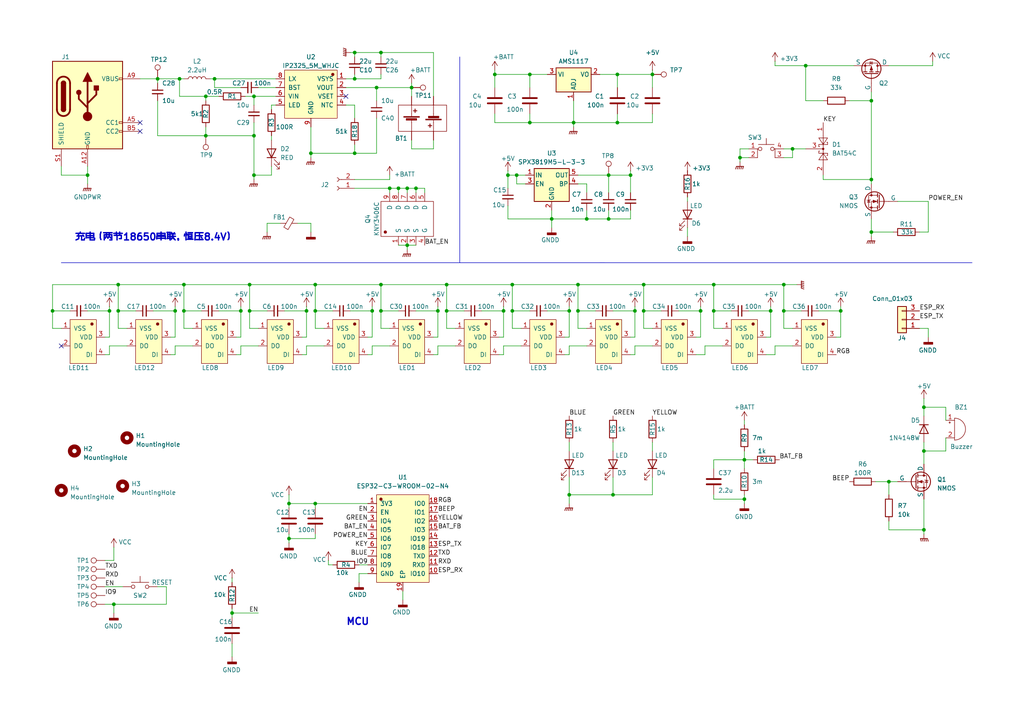
<source format=kicad_sch>
(kicad_sch (version 20231120) (generator "eeschema") (generator_version "8.0")
  (paper "A4")
  (title_block (date "2023-12-04"))
  (lib_symbols
    (symbol "+3V3_1" (power) (pin_numbers hide) (pin_names (offset 0) hide)
      (property "Value" "+3V3" (at 0 3.556 0))
      (symbol "+3V3_1_1_1"
        (pin power_in line (at 0 0 90) (length 0) (name "~") (number "1"))
      )
    )
    (symbol "Connector:Conn_01x02_Socket" (pin_names (offset 1.016) hide)
      (property "Reference" "J" (at 0 2.54 0))
      (property "Value" "Conn_01x02_Socket" (at 0 -5.08 0))
      (symbol "Conn_01x02_Socket_1_1"
        (pin passive line (at -5.08 0 0) (length 3.81) (name "Pin_1") (number "1"))
        (pin passive line (at -5.08 -2.54 0) (length 3.81) (name "Pin_2") (number "2"))
      )
    )
    (symbol "Connector:TestPoint" (pin_numbers hide) (pin_names (offset 0.762) hide)
      (property "Reference" "TP" (at 0 6.858 0))
      (property "Value" "TestPoint" (at 0 5.08 0))
      (symbol "TestPoint_1_1"
        (pin passive line (at 0 0 90) (length 2.54) (name "1") (number "1"))
      )
    )
    (symbol "Connector:USB_C_Receptacle_PowerOnly_6P" (pin_names (offset 1.016))
      (property "Reference" "J" (at 0 16.51 0))
      (property "Value" "USB_C_Receptacle_PowerOnly_6P" (at 0 13.97 0))
      (symbol "USB_C_Receptacle_PowerOnly_6P_1_1"
        (pin passive line (at 0 -17.78 90) (length 5.08) (name "GND") (number "A12"))
        (pin bidirectional line (at 15.24 -5.08 180) (length 5.08) (name "CC1") (number "A5"))
        (pin passive line (at 15.24 7.62 180) (length 5.08) (name "VBUS") (number "A9"))
        (pin passive line (at 0 -17.78 90) (length 5.08) hide (name "GND") (number "B12"))
        (pin bidirectional line (at 15.24 -7.62 180) (length 5.08) (name "CC2") (number "B5"))
        (pin passive line (at 15.24 7.62 180) (length 5.08) hide (name "VBUS") (number "B9"))
        (pin passive line (at -7.62 -17.78 90) (length 5.08) (name "SHIELD") (number "S1"))
      )
    )
    (symbol "Connector_Generic:Conn_01x03" (pin_names (offset 1.016) hide)
      (property "Reference" "J" (at 0 5.08 0))
      (property "Value" "Conn_01x03" (at 0 -5.08 0))
      (symbol "Conn_01x03_1_1"
        (pin passive line (at -5.08 2.54 0) (length 3.81) (name "Pin_1") (number "1"))
        (pin passive line (at -5.08 0 0) (length 3.81) (name "Pin_2") (number "2"))
        (pin passive line (at -5.08 -2.54 0) (length 3.81) (name "Pin_3") (number "3"))
      )
    )
    (symbol "Device:Buzzer" (pin_names (offset 0.0254) hide)
      (property "Reference" "BZ" (at 3.81 1.27 0))
      (property "Value" "Buzzer" (at 3.81 -1.27 0))
      (symbol "Buzzer_1_1"
        (pin passive line (at -2.54 2.54 0) (length 2.54) (name "-") (number "1"))
        (pin passive line (at -2.54 -2.54 0) (length 2.54) (name "+") (number "2"))
      )
    )
    (symbol "Device:C" (pin_numbers hide) (pin_names (offset 0.254))
      (property "Reference" "C" (at 0.635 2.54 0))
      (property "Value" "C" (at 0.635 -2.54 0))
      (symbol "C_1_1"
        (pin passive line (at 0 3.81 270) (length 2.794) (name "~") (number "1"))
        (pin passive line (at 0 -3.81 90) (length 2.794) (name "~") (number "2"))
      )
    )
    (symbol "Device:C_Small" (pin_numbers hide) (pin_names (offset 0.254) hide)
      (property "Reference" "C" (at 0.254 1.778 0))
      (property "Value" "C_Small" (at 0.254 -2.032 0))
      (symbol "C_Small_1_1"
        (pin passive line (at 0 2.54 270) (length 2.032) (name "~") (number "1"))
        (pin passive line (at 0 -2.54 90) (length 2.032) (name "~") (number "2"))
      )
    )
    (symbol "Device:FerriteBead_Small" (pin_numbers hide) (pin_names (offset 0))
      (property "Reference" "FB" (at 1.905 1.27 0))
      (property "Value" "FerriteBead_Small" (at 1.905 -1.27 0))
      (symbol "FerriteBead_Small_1_1"
        (pin passive line (at 0 2.54 270) (length 1.27) (name "~") (number "1"))
        (pin passive line (at 0 -2.54 90) (length 1.27) (name "~") (number "2"))
      )
    )
    (symbol "Device:L" (pin_numbers hide) (pin_names (offset 1.016) hide)
      (property "Reference" "L" (at -1.27 0 90))
      (property "Value" "L" (at 1.905 0 90))
      (symbol "L_1_1"
        (pin passive line (at 0 3.81 270) (length 1.27) (name "1") (number "1"))
        (pin passive line (at 0 -3.81 90) (length 1.27) (name "2") (number "2"))
      )
    )
    (symbol "Device:LED" (pin_numbers hide) (pin_names (offset 1.016) hide)
      (property "Reference" "D" (at 0 2.54 0))
      (property "Value" "LED" (at 0 -2.54 0))
      (symbol "LED_1_1"
        (pin passive line (at -3.81 0 0) (length 2.54) (name "K") (number "1"))
        (pin passive line (at 3.81 0 180) (length 2.54) (name "A") (number "2"))
      )
    )
    (symbol "Device:R" (pin_numbers hide) (pin_names (offset 0))
      (property "Reference" "R" (at 2.032 0 90))
      (property "Value" "R" (at 0 0 90))
      (symbol "R_1_1"
        (pin passive line (at 0 3.81 270) (length 1.27) (name "~") (number "1"))
        (pin passive line (at 0 -3.81 90) (length 1.27) (name "~") (number "2"))
      )
    )
    (symbol "Diode:1N4148W" (pin_numbers hide) (pin_names hide)
      (property "Reference" "D" (at 0 2.54 0))
      (property "Value" "1N4148W" (at 0 -2.54 0))
      (symbol "1N4148W_1_1"
        (pin passive line (at -3.81 0 0) (length 2.54) (name "K") (number "1"))
        (pin passive line (at 3.81 0 180) (length 2.54) (name "A") (number "2"))
      )
    )
    (symbol "Diode:BAT54C" (pin_names (offset 1.016))
      (property "Reference" "D" (at 0.635 -3.81 0))
      (property "Value" "BAT54C" (at -6.35 3.175 0))
      (symbol "BAT54C_1_1"
        (pin passive line (at -7.62 0 0) (length 3.81) (name "~") (number "1"))
        (pin passive line (at 7.62 0 180) (length 3.81) (name "~") (number "2"))
        (pin passive line (at 0 -5.08 90) (length 5.08) (name "~") (number "3"))
      )
    )
    (symbol "Mechanical:MountingHole" (pin_names (offset 1.016))
      (property "Reference" "H" (at 0 5.08 0))
      (property "Value" "MountingHole" (at 0 3.175 0))
    )
    (symbol "NMOS_1" (pin_numbers hide) (pin_names (offset 0))
      (property "Reference" "Q" (at 5.08 1.27 0))
      (property "Value" "NMOS" (at 5.08 -1.27 0))
      (symbol "NMOS_1_1_1"
        (pin passive line (at 2.54 5.08 270) (length 2.54) (name "D") (number "1"))
        (pin input line (at -5.08 0 0) (length 2.54) (name "G") (number "2"))
        (pin passive line (at 2.54 -5.08 90) (length 2.54) (name "S") (number "3"))
      )
    )
    (symbol "Regulator_Linear:AMS1117"
      (property "Reference" "U" (at -3.81 3.175 0))
      (property "Value" "AMS1117" (at 0 3.175 0))
      (symbol "AMS1117_1_1"
        (pin input line (at 0 -7.62 90) (length 2.54) (name "ADJ") (number "1"))
        (pin power_out line (at 7.62 0 180) (length 2.54) (name "VO") (number "2"))
        (pin power_in line (at -7.62 0 0) (length 2.54) (name "VI") (number "3"))
      )
    )
    (symbol "Regulator_Linear:SPX3819M5-L-3-3" (pin_names (offset 0.254))
      (property "Reference" "U" (at -3.81 5.715 0))
      (property "Value" "SPX3819M5-L-3-3" (at 0 5.715 0))
      (symbol "SPX3819M5-L-3-3_1_1"
        (pin power_in line (at -7.62 2.54 0) (length 2.54) (name "IN") (number "1"))
        (pin power_in line (at 0 -7.62 90) (length 2.54) (name "GND") (number "2"))
        (pin input line (at -7.62 0 0) (length 2.54) (name "EN") (number "3"))
        (pin input line (at 7.62 0 180) (length 2.54) (name "BP") (number "4"))
        (pin power_out line (at 7.62 2.54 180) (length 2.54) (name "OUT") (number "5"))
      )
    )
    (symbol "Simulation_SPICE:NMOS" (pin_numbers hide) (pin_names (offset 0))
      (property "Reference" "Q" (at 5.08 1.27 0))
      (property "Value" "NMOS" (at 5.08 -1.27 0))
      (symbol "NMOS_1_1"
        (pin passive line (at 2.54 5.08 270) (length 2.54) (name "D") (number "1"))
        (pin input line (at -5.08 0 0) (length 2.54) (name "G") (number "2"))
        (pin passive line (at 2.54 -5.08 90) (length 2.54) (name "S") (number "3"))
      )
    )
    (symbol "Simulation_SPICE:PMOS" (pin_numbers hide) (pin_names (offset 0))
      (property "Reference" "Q" (at 5.08 1.27 0))
      (property "Value" "PMOS" (at 5.08 -1.27 0))
      (symbol "PMOS_1_1"
        (pin passive line (at 2.54 5.08 270) (length 2.54) (name "D") (number "1"))
        (pin input line (at -5.08 0 0) (length 2.54) (name "G") (number "2"))
        (pin passive line (at 2.54 -5.08 90) (length 2.54) (name "S") (number "3"))
      )
    )
    (symbol "Switch:SW_MEC_5E" (pin_names (offset 1.016) hide)
      (property "Reference" "SW" (at 0.635 5.715 0))
      (property "Value" "SW_MEC_5E" (at 0 -3.175 0))
      (symbol "SW_MEC_5E_0_1"
        (pin passive line (at -5.08 2.54 0) (length 2.54) (name "1") (number "1"))
        (pin passive line (at -5.08 0 0) (length 2.54) (name "2") (number "2"))
        (pin passive line (at 5.08 0 180) (length 2.54) (name "K") (number "3"))
        (pin passive line (at 5.08 2.54 180) (length 2.54) (name "A") (number "4"))
      )
    )
    (symbol "Switch:SW_Push" (pin_numbers hide) (pin_names (offset 1.016) hide)
      (property "Reference" "SW" (at 1.27 2.54 0))
      (property "Value" "SW_Push" (at 0 -1.524 0))
      (symbol "SW_Push_0_1"
        (pin passive line (at -5.08 0 0) (length 2.54) (name "1") (number "1"))
        (pin passive line (at 5.08 0 180) (length 2.54) (name "2") (number "2"))
      )
    )
    (symbol "bat_rf:ESP32-C3-WROOM-02-N4" (pin_names (offset 1.016))
      (property "Reference" "U" (at 0 16.5862 0))
      (property "Value" "ESP32-C3-WROOM-02-N4" (at 0 21.6662 0))
      (symbol "ESP32-C3-WROOM-02-N4_1_1"
        (pin input line (at -10.16 11.43 0) (length 2.54) (name "3V3") (number "1"))
        (pin input line (at 10.16 -8.89 180) (length 2.54) (name "IO10") (number "10"))
        (pin input line (at 10.16 -6.35 180) (length 2.54) (name "RXD") (number "11"))
        (pin input line (at 10.16 -3.81 180) (length 2.54) (name "TXD") (number "12"))
        (pin input line (at 10.16 -1.27 180) (length 2.54) (name "IO18") (number "13"))
        (pin input line (at 10.16 1.27 180) (length 2.54) (name "IO19") (number "14"))
        (pin input line (at 10.16 3.81 180) (length 2.54) (name "IO3") (number "15"))
        (pin input line (at 10.16 6.35 180) (length 2.54) (name "IO2") (number "16"))
        (pin input line (at 10.16 8.89 180) (length 2.54) (name "IO1") (number "17"))
        (pin input line (at 10.16 11.43 180) (length 2.54) (name "IO0") (number "18"))
        (pin input line (at 0 -13.97 90) (length 2.54) (name "EP") (number "19"))
        (pin input line (at -10.16 8.89 0) (length 2.54) (name "EN") (number "2"))
        (pin input line (at -10.16 6.35 0) (length 2.54) (name "IO4") (number "3"))
        (pin input line (at -10.16 3.81 0) (length 2.54) (name "IO5") (number "4"))
        (pin input line (at -10.16 1.27 0) (length 2.54) (name "IO6") (number "5"))
        (pin input line (at -10.16 -1.27 0) (length 2.54) (name "IO7") (number "6"))
        (pin input line (at -10.16 -3.81 0) (length 2.54) (name "IO8") (number "7"))
        (pin input line (at -10.16 -6.35 0) (length 2.54) (name "IO9") (number "8"))
        (pin input line (at -10.16 -8.89 0) (length 2.54) (name "GND") (number "9"))
      )
    )
    (symbol "bat_rf:IP2325_5M_WHJC" (pin_names (offset 1.016))
      (property "Reference" "U" (at 0 11.5062 0))
      (property "Value" "IP2325_5M_WHJC" (at 0 16.5862 0))
      (symbol "IP2325_5M_WHJC_1_1"
        (pin input line (at -10.16 6.35 0) (length 2.54) (name "VSYS") (number "1"))
        (pin input line (at -10.16 3.81 0) (length 2.54) (name "VOUT") (number "2"))
        (pin input line (at -10.16 1.27 0) (length 2.54) (name "VSET") (number "3"))
        (pin input line (at -10.16 -1.27 0) (length 2.54) (name "NTC") (number "4"))
        (pin input line (at 10.16 -1.27 180) (length 2.54) (name "LED") (number "5"))
        (pin input line (at 10.16 1.27 180) (length 2.54) (name "VIN") (number "6"))
        (pin input line (at 10.16 3.81 180) (length 2.54) (name "BST") (number "7"))
        (pin input line (at 10.16 6.35 180) (length 2.54) (name "LX") (number "8"))
        (pin input line (at 0 -7.62 90) (length 2.54) (name "GND") (number "9"))
      )
    )
    (symbol "bat_rf:KNY3406C" (pin_names (offset 1.016))
      (property "Reference" "Q" (at 0 10.3124 0))
      (property "Value" "KNY3406C" (at 0 15.3924 0))
      (symbol "KNY3406C_1_1"
        (pin input line (at -7.62 2.54 0) (length 2.54) (name "S") (number "1"))
        (pin input line (at -7.62 0 0) (length 2.54) (name "S") (number "2"))
        (pin input line (at -7.62 -2.54 0) (length 2.54) (name "S") (number "3"))
        (pin input line (at -7.62 -5.08 0) (length 2.54) (name "G") (number "4"))
        (pin input line (at 7.62 -5.08 180) (length 2.54) (name "D") (number "5"))
        (pin input line (at 7.62 -2.54 180) (length 2.54) (name "D") (number "6"))
        (pin input line (at 7.62 0 180) (length 2.54) (name "D") (number "7"))
        (pin input line (at 7.62 2.54 180) (length 2.54) (name "D") (number "8"))
        (pin input line (at 7.62 5.08 180) (length 2.54) (name "D") (number "9"))
      )
    )
    (symbol "bat_rf:XL-4020RGBC-WS2812B" (pin_names (offset 1.016))
      (property "Reference" "LED" (at 0 8.9662 0))
      (property "Value" "XL-4020RGBC-WS2812B" (at 0 14.0462 0))
      (symbol "XL-4020RGBC-WS2812B_1_1"
        (pin input line (at 6.35 3.81 180) (length 2.54) (name "VSS") (number "1"))
        (pin input line (at 6.35 -1.27 180) (length 2.54) (name "DO") (number "2"))
        (pin input line (at -6.35 1.27 0) (length 2.54) (name "VDD") (number "3"))
        (pin input line (at -6.35 -3.81 0) (length 2.54) (name "DI") (number "4"))
      )
    )
    (symbol "doubleBatCell_1" (pin_numbers hide) (pin_names (offset 0) hide)
      (property "Reference" "BT" (at -7.62 6.35 0))
      (property "Value" "doubleBatCell" (at 6.35 -6.35 0))
      (symbol "doubleBatCell_1_1_1"
        (pin passive line (at -2.54 6.35 270) (length 2.54) (name "+") (number "1"))
        (pin passive line (at -2.54 -6.35 90) (length 2.54) (name "-") (number "2"))
        (pin passive line (at 3.81 -6.35 90) (length 2.54) (name "+") (number "3"))
        (pin passive line (at 3.81 6.35 270) (length 2.54) (name "-") (number "4"))
      )
    )
    (symbol "power:+5V" (power) (pin_numbers hide) (pin_names (offset 0) hide)
      (property "Value" "+5V" (at 0 3.556 0))
      (symbol "+5V_1_1"
        (pin power_in line (at 0 0 90) (length 0) (name "~") (number "1"))
      )
    )
    (symbol "power:+BATT" (power) (pin_names (offset 0))
      (property "Value" "+BATT" (at 0 3.556 0))
      (symbol "+BATT_1_1"
        (pin power_in line (at 0 0 90) (length 0) hide (name "+BATT") (number "1"))
      )
    )
    (symbol "power:GNDD" (power) (pin_names (offset 0))
      (property "Value" "GNDD" (at 0 -3.175 0))
      (symbol "GNDD_1_1"
        (pin power_in line (at 0 0 270) (length 0) hide (name "GNDD") (number "1"))
      )
    )
    (symbol "power:GNDPWR" (power) (pin_names (offset 0))
      (property "Value" "GNDPWR" (at 0 -3.302 0))
      (symbol "GNDPWR_1_1"
        (pin power_in line (at 0 0 270) (length 0) hide (name "GNDPWR") (number "1"))
      )
    )
    (symbol "power:VCC" (power) (pin_numbers hide) (pin_names (offset 0) hide)
      (property "Value" "VCC" (at 0 3.556 0))
      (symbol "VCC_1_1"
        (pin power_in line (at 0 0 90) (length 0) (name "~") (number "1"))
      )
    )
  )
  (junction (at 177.8 143.51))
  (junction (at 72.39 90.17))
  (junction (at 109.22 25.4))
  (junction (at 252.73 29.21))
  (junction (at 73.66 39.37))
  (junction (at 73.66 50.8))
  (junction (at 176.53 63.5))
  (junction (at 267.97 153.67))
  (junction (at 167.64 90.17))
  (junction (at 107.95 90.17))
  (junction (at 223.52 90.17))
  (junction (at 252.73 52.07))
  (junction (at 110.49 15.24))
  (junction (at 83.82 146.05))
  (junction (at 165.1 90.17))
  (junction (at 153.67 21.59))
  (junction (at 59.69 27.94))
  (junction (at 147.32 50.8))
  (junction (at 119.38 25.4))
  (junction (at 215.9 133.35))
  (junction (at 203.2 90.17))
  (junction (at 267.97 130.81))
  (junction (at 129.54 90.17))
  (junction (at 229.87 43.18))
  (junction (at 170.18 63.5))
  (junction (at 102.87 44.45))
  (junction (at 243.84 90.17))
  (junction (at 179.07 21.59))
  (junction (at 53.34 90.17))
  (junction (at 153.67 35.56))
  (junction (at 214.63 45.72))
  (junction (at 33.02 175.26))
  (junction (at 52.07 22.86))
  (junction (at 207.01 82.55))
  (junction (at 267.97 118.11))
  (junction (at 176.53 50.8))
  (junction (at 166.37 35.56))
  (junction (at 53.34 82.55))
  (junction (at 127 90.17))
  (junction (at 31.75 90.17))
  (junction (at 186.69 90.17))
  (junction (at 233.68 19.05))
  (junction (at 45.72 22.86))
  (junction (at 102.87 22.86))
  (junction (at 207.01 90.17))
  (junction (at 189.23 21.59))
  (junction (at 186.69 82.55))
  (junction (at 62.23 22.86))
  (junction (at 83.82 156.21))
  (junction (at 110.49 82.55))
  (junction (at 148.59 90.17))
  (junction (at 148.59 82.55))
  (junction (at 25.4 50.8))
  (junction (at 179.07 35.56))
  (junction (at 34.29 90.17))
  (junction (at 15.24 90.17))
  (junction (at 115.57 54.61))
  (junction (at 110.49 90.17))
  (junction (at 72.39 82.55))
  (junction (at 160.02 63.5))
  (junction (at 227.33 82.55))
  (junction (at 34.29 82.55))
  (junction (at 184.15 90.17))
  (junction (at 257.81 139.7))
  (junction (at 143.51 21.59))
  (junction (at 59.69 39.37))
  (junction (at 73.66 27.94))
  (junction (at 91.44 90.17))
  (junction (at 88.9 90.17))
  (junction (at 182.88 50.8))
  (junction (at 167.64 82.55))
  (junction (at 149.86 50.8))
  (junction (at 113.03 54.61))
  (junction (at 69.85 90.17))
  (junction (at 129.54 82.55))
  (junction (at 91.44 82.55))
  (junction (at 118.11 71.12))
  (junction (at 67.31 177.8))
  (junction (at 91.44 146.05))
  (junction (at 146.05 90.17))
  (junction (at 165.1 143.51))
  (junction (at 90.17 44.45))
  (junction (at 118.11 54.61))
  (junction (at 252.73 67.31))
  (junction (at 227.33 90.17))
  (junction (at 215.9 144.78))
  (junction (at 102.87 15.24))
  (junction (at 120.65 54.61))
  (junction (at 50.8 90.17))
  (no_connect (at 17.78 100.33))
  (no_connect (at 40.64 35.56))
  (no_connect (at 100.33 27.94))
  (no_connect (at 40.64 38.1))
  (wire (pts (xy 52.07 22.86) (xy 53.34 22.86)))
  (wire (pts (xy 143.51 35.56) (xy 153.67 35.56)))
  (wire (pts (xy 176.53 50.8) (xy 182.88 50.8)))
  (wire (pts (xy 113.03 50.8) (xy 113.03 52.07)))
  (wire (pts (xy 102.87 15.24) (xy 102.87 16.51)))
  (wire (pts (xy 45.72 22.86) (xy 45.72 24.13)))
  (wire (pts (xy 144.78 102.87) (xy 146.05 102.87)))
  (wire (pts (xy 266.7 67.31) (xy 269.24 67.31)))
  (wire (pts (xy 53.34 82.55) (xy 72.39 82.55)))
  (wire (pts (xy 109.22 34.29) (xy 109.22 44.45)))
  (wire (pts (xy 67.31 177.8) (xy 74.93 177.8)))
  (wire (pts (xy 274.32 121.92) (xy 274.32 118.11)))
  (wire (pts (xy 269.24 67.31) (xy 269.24 58.42)))
  (wire (pts (xy 207.01 144.78) (xy 215.9 144.78)))
  (wire (pts (xy 31.75 102.87) (xy 30.48 102.87)))
  (wire (pts (xy 204.47 100.33) (xy 204.47 102.87)))
  (wire (pts (xy 160.02 63.5) (xy 160.02 66.04)))
  (wire (pts (xy 184.15 88.9) (xy 184.15 90.17)))
  (wire (pts (xy 177.8 128.27) (xy 177.8 130.81)))
  (wire (pts (xy 207.01 133.35) (xy 215.9 133.35)))
  (wire (pts (xy 148.59 95.25) (xy 148.59 90.17)))
  (wire (pts (xy 74.93 100.33) (xy 69.85 100.33)))
  (wire (pts (xy 88.9 88.9) (xy 88.9 90.17)))
  (wire (pts (xy 110.49 82.55) (xy 129.54 82.55)))
  (wire (pts (xy 91.44 82.55) (xy 91.44 90.17)))
  (wire (pts (xy 118.11 54.61) (xy 120.65 54.61)))
  (wire (pts (xy 15.24 82.55) (xy 34.29 82.55)))
  (wire (pts (xy 113.03 100.33) (xy 107.95 100.33)))
  (wire (pts (xy 227.33 45.72) (xy 229.87 45.72)))
  (wire (pts (xy 115.57 71.12) (xy 118.11 71.12)))
  (wire (pts (xy 132.08 95.25) (xy 129.54 95.25)))
  (wire (pts (xy 167.64 95.25) (xy 167.64 90.17)))
  (wire (pts (xy 163.83 97.79) (xy 165.1 97.79)))
  (polyline (pts (xy 133.35 76.2) (xy 175.26 76.2)))
  (wire (pts (xy 25.4 50.8) (xy 25.4 53.34)))
  (wire (pts (xy 78.74 30.48) (xy 78.74 31.75)))
  (wire (pts (xy 179.07 33.02) (xy 179.07 35.56)))
  (wire (pts (xy 104.14 166.37) (xy 106.68 166.37)))
  (wire (pts (xy 106.68 97.79) (xy 107.95 97.79)))
  (wire (pts (xy 91.44 146.05) (xy 83.82 146.05)))
  (wire (pts (xy 73.66 50.8) (xy 73.66 52.07)))
  (wire (pts (xy 73.66 39.37) (xy 73.66 50.8)))
  (wire (pts (xy 233.68 19.05) (xy 224.79 19.05)))
  (wire (pts (xy 52.07 27.94) (xy 52.07 22.86)))
  (wire (pts (xy 196.85 90.17) (xy 203.2 90.17)))
  (wire (pts (xy 110.49 16.51) (xy 110.49 15.24)))
  (wire (pts (xy 83.82 154.94) (xy 83.82 156.21)))
  (wire (pts (xy 73.66 35.56) (xy 73.66 39.37)))
  (wire (pts (xy 267.97 130.81) (xy 267.97 134.62)))
  (wire (pts (xy 149.86 50.8) (xy 152.4 50.8)))
  (wire (pts (xy 127 100.33) (xy 127 102.87)))
  (wire (pts (xy 152.4 53.34) (xy 149.86 53.34)))
  (wire (pts (xy 31.75 88.9) (xy 31.75 90.17)))
  (wire (pts (xy 127 97.79) (xy 127 90.17)))
  (polyline (pts (xy 133.35 16.51) (xy 133.35 76.2)))
  (wire (pts (xy 266.7 95.25) (xy 269.24 95.25)))
  (wire (pts (xy 34.29 90.17) (xy 39.37 90.17)))
  (wire (pts (xy 73.66 39.37) (xy 59.69 39.37)))
  (wire (pts (xy 53.34 95.25) (xy 53.34 90.17)))
  (wire (pts (xy 229.87 95.25) (xy 227.33 95.25)))
  (wire (pts (xy 270.51 19.05) (xy 270.51 17.78)))
  (wire (pts (xy 116.84 171.45) (xy 116.84 173.99)))
  (wire (pts (xy 73.66 27.94) (xy 73.66 30.48)))
  (wire (pts (xy 87.63 102.87) (xy 88.9 102.87)))
  (wire (pts (xy 186.69 90.17) (xy 191.77 90.17)))
  (wire (pts (xy 49.53 102.87) (xy 50.8 102.87)))
  (wire (pts (xy 72.39 82.55) (xy 91.44 82.55)))
  (wire (pts (xy 50.8 100.33) (xy 50.8 102.87)))
  (wire (pts (xy 144.78 97.79) (xy 146.05 97.79)))
  (wire (pts (xy 17.78 48.26) (xy 17.78 50.8)))
  (wire (pts (xy 59.69 29.21) (xy 59.69 27.94)))
  (wire (pts (xy 167.64 82.55) (xy 186.69 82.55)))
  (wire (pts (xy 73.66 27.94) (xy 80.01 27.94)))
  (wire (pts (xy 189.23 35.56) (xy 179.07 35.56)))
  (wire (pts (xy 30.48 170.18) (xy 35.56 170.18)))
  (wire (pts (xy 223.52 88.9) (xy 223.52 90.17)))
  (wire (pts (xy 215.9 133.35) (xy 218.44 133.35)))
  (wire (pts (xy 177.8 143.51) (xy 189.23 143.51)))
  (wire (pts (xy 62.23 25.4) (xy 62.23 22.86)))
  (wire (pts (xy 48.26 170.18) (xy 48.26 175.26)))
  (wire (pts (xy 176.53 60.96) (xy 176.53 63.5)))
  (wire (pts (xy 31.75 100.33) (xy 31.75 102.87)))
  (wire (pts (xy 63.5 90.17) (xy 69.85 90.17)))
  (wire (pts (xy 69.85 88.9) (xy 69.85 90.17)))
  (wire (pts (xy 167.64 90.17) (xy 172.72 90.17)))
  (wire (pts (xy 125.73 97.79) (xy 127 97.79)))
  (wire (pts (xy 233.68 29.21) (xy 233.68 19.05)))
  (wire (pts (xy 91.44 154.94) (xy 91.44 156.21)))
  (wire (pts (xy 110.49 90.17) (xy 115.57 90.17)))
  (wire (pts (xy 189.23 95.25) (xy 186.69 95.25)))
  (wire (pts (xy 143.51 25.4) (xy 143.51 21.59)))
  (wire (pts (xy 201.93 97.79) (xy 203.2 97.79)))
  (wire (pts (xy 72.39 90.17) (xy 77.47 90.17)))
  (wire (pts (xy 90.17 36.83) (xy 90.17 44.45)))
  (wire (pts (xy 149.86 53.34) (xy 149.86 50.8)))
  (wire (pts (xy 165.1 88.9) (xy 165.1 90.17)))
  (wire (pts (xy 274.32 118.11) (xy 267.97 118.11)))
  (wire (pts (xy 229.87 100.33) (xy 224.79 100.33)))
  (wire (pts (xy 274.32 127) (xy 274.32 130.81)))
  (wire (pts (xy 101.6 90.17) (xy 107.95 90.17)))
  (wire (pts (xy 238.76 50.8) (xy 238.76 52.07)))
  (wire (pts (xy 267.97 144.78) (xy 267.97 153.67)))
  (wire (pts (xy 222.25 102.87) (xy 224.79 102.87)))
  (wire (pts (xy 77.47 64.77) (xy 77.47 67.31)))
  (wire (pts (xy 93.98 95.25) (xy 91.44 95.25)))
  (wire (pts (xy 170.18 60.96) (xy 170.18 63.5)))
  (wire (pts (xy 209.55 100.33) (xy 204.47 100.33)))
  (wire (pts (xy 252.73 52.07) (xy 252.73 53.34)))
  (wire (pts (xy 55.88 100.33) (xy 50.8 100.33)))
  (wire (pts (xy 182.88 97.79) (xy 184.15 97.79)))
  (wire (pts (xy 40.64 22.86) (xy 45.72 22.86)))
  (wire (pts (xy 227.33 95.25) (xy 227.33 90.17)))
  (wire (pts (xy 186.69 95.25) (xy 186.69 90.17)))
  (wire (pts (xy 68.58 97.79) (xy 69.85 97.79)))
  (wire (pts (xy 62.23 22.86) (xy 80.01 22.86)))
  (wire (pts (xy 177.8 90.17) (xy 184.15 90.17)))
  (wire (pts (xy 151.13 95.25) (xy 148.59 95.25)))
  (wire (pts (xy 60.96 22.86) (xy 62.23 22.86)))
  (wire (pts (xy 153.67 35.56) (xy 166.37 35.56)))
  (wire (pts (xy 182.88 63.5) (xy 176.53 63.5)))
  (wire (pts (xy 102.87 22.86) (xy 110.49 22.86)))
  (wire (pts (xy 165.1 143.51) (xy 165.1 146.05)))
  (wire (pts (xy 257.81 139.7) (xy 254 139.7)))
  (wire (pts (xy 107.95 100.33) (xy 107.95 102.87)))
  (wire (pts (xy 30.48 162.56) (xy 33.02 162.56)))
  (wire (pts (xy 95.25 163.83) (xy 96.52 163.83)))
  (wire (pts (xy 173.99 21.59) (xy 179.07 21.59)))
  (wire (pts (xy 102.87 54.61) (xy 113.03 54.61)))
  (wire (pts (xy 69.85 102.87) (xy 68.58 102.87)))
  (wire (pts (xy 215.9 146.05) (xy 215.9 144.78)))
  (wire (pts (xy 217.17 90.17) (xy 223.52 90.17)))
  (wire (pts (xy 82.55 90.17) (xy 88.9 90.17)))
  (wire (pts (xy 127 88.9) (xy 127 90.17)))
  (wire (pts (xy 184.15 100.33) (xy 184.15 102.87)))
  (wire (pts (xy 91.44 146.05) (xy 106.68 146.05)))
  (wire (pts (xy 113.03 52.07) (xy 102.87 52.07)))
  (wire (pts (xy 177.8 138.43) (xy 177.8 143.51)))
  (wire (pts (xy 176.53 50.8) (xy 176.53 55.88)))
  (wire (pts (xy 67.31 177.8) (xy 67.31 179.07)))
  (wire (pts (xy 34.29 95.25) (xy 34.29 90.17)))
  (wire (pts (xy 125.73 40.64) (xy 125.73 43.18)))
  (wire (pts (xy 115.57 54.61) (xy 118.11 54.61)))
  (wire (pts (xy 59.69 27.94) (xy 52.07 27.94)))
  (wire (pts (xy 165.1 128.27) (xy 165.1 130.81)))
  (wire (pts (xy 238.76 52.07) (xy 252.73 52.07)))
  (wire (pts (xy 109.22 25.4) (xy 119.38 25.4)))
  (wire (pts (xy 227.33 43.18) (xy 229.87 43.18)))
  (wire (pts (xy 139.7 90.17) (xy 146.05 90.17)))
  (wire (pts (xy 59.69 27.94) (xy 63.5 27.94)))
  (wire (pts (xy 215.9 130.81) (xy 215.9 133.35)))
  (wire (pts (xy 55.88 95.25) (xy 53.34 95.25)))
  (wire (pts (xy 36.83 100.33) (xy 31.75 100.33)))
  (wire (pts (xy 69.85 97.79) (xy 69.85 90.17)))
  (wire (pts (xy 215.9 121.92) (xy 215.9 123.19)))
  (wire (pts (xy 158.75 90.17) (xy 165.1 90.17)))
  (wire (pts (xy 31.75 97.79) (xy 31.75 90.17)))
  (wire (pts (xy 252.73 67.31) (xy 259.08 67.31)))
  (wire (pts (xy 91.44 82.55) (xy 110.49 82.55)))
  (wire (pts (xy 88.9 97.79) (xy 88.9 90.17)))
  (wire (pts (xy 72.39 95.25) (xy 72.39 90.17)))
  (wire (pts (xy 186.69 82.55) (xy 207.01 82.55)))
  (wire (pts (xy 91.44 146.05) (xy 91.44 147.32)))
  (wire (pts (xy 48.26 175.26) (xy 33.02 175.26)))
  (wire (pts (xy 165.1 138.43) (xy 165.1 143.51)))
  (wire (pts (xy 45.72 39.37) (xy 59.69 39.37)))
  (wire (pts (xy 257.81 139.7) (xy 260.35 139.7)))
  (wire (pts (xy 252.73 26.67) (xy 252.73 29.21)))
  (wire (pts (xy 53.34 82.55) (xy 53.34 90.17)))
  (wire (pts (xy 30.48 97.79) (xy 31.75 97.79)))
  (wire (pts (xy 148.59 90.17) (xy 153.67 90.17)))
  (wire (pts (xy 257.81 143.51) (xy 257.81 139.7)))
  (wire (pts (xy 222.25 97.79) (xy 223.52 97.79)))
  (wire (pts (xy 83.82 156.21) (xy 83.82 157.48)))
  (wire (pts (xy 238.76 29.21) (xy 233.68 29.21)))
  (wire (pts (xy 267.97 153.67) (xy 267.97 154.94)))
  (wire (pts (xy 25.4 90.17) (xy 31.75 90.17)))
  (wire (pts (xy 243.84 88.9) (xy 243.84 90.17)))
  (wire (pts (xy 147.32 63.5) (xy 160.02 63.5)))
  (wire (pts (xy 93.98 100.33) (xy 88.9 100.33)))
  (wire (pts (xy 78.74 39.37) (xy 78.74 40.64)))
  (polyline (pts (xy 17.78 76.2) (xy 133.35 76.2)))
  (wire (pts (xy 224.79 100.33) (xy 224.79 102.87)))
  (wire (pts (xy 113.03 95.25) (xy 110.49 95.25)))
  (wire (pts (xy 50.8 97.79) (xy 50.8 90.17)))
  (wire (pts (xy 109.22 25.4) (xy 109.22 29.21)))
  (wire (pts (xy 72.39 82.55) (xy 72.39 90.17)))
  (wire (pts (xy 129.54 90.17) (xy 134.62 90.17)))
  (wire (pts (xy 179.07 35.56) (xy 166.37 35.56)))
  (wire (pts (xy 129.54 82.55) (xy 148.59 82.55)))
  (wire (pts (xy 149.86 50.8) (xy 147.32 50.8)))
  (wire (pts (xy 252.73 29.21) (xy 246.38 29.21)))
  (wire (pts (xy 170.18 53.34) (xy 170.18 55.88)))
  (wire (pts (xy 74.93 25.4) (xy 80.01 25.4)))
  (wire (pts (xy 125.73 27.94) (xy 125.73 15.24)))
  (wire (pts (xy 207.01 95.25) (xy 207.01 90.17)))
  (wire (pts (xy 100.33 22.86) (xy 102.87 22.86)))
  (wire (pts (xy 203.2 97.79) (xy 203.2 90.17)))
  (wire (pts (xy 229.87 43.18) (xy 233.68 43.18)))
  (wire (pts (xy 252.73 63.5) (xy 252.73 67.31)))
  (wire (pts (xy 243.84 97.79) (xy 243.84 90.17)))
  (wire (pts (xy 252.73 29.21) (xy 252.73 52.07)))
  (wire (pts (xy 207.01 135.89) (xy 207.01 133.35)))
  (wire (pts (xy 113.03 55.88) (xy 113.03 54.61)))
  (wire (pts (xy 165.1 97.79) (xy 165.1 90.17)))
  (wire (pts (xy 123.19 54.61) (xy 123.19 55.88)))
  (wire (pts (xy 109.22 44.45) (xy 102.87 44.45)))
  (wire (pts (xy 146.05 97.79) (xy 146.05 90.17)))
  (wire (pts (xy 15.24 95.25) (xy 15.24 90.17)))
  (wire (pts (xy 227.33 82.55) (xy 227.33 90.17)))
  (wire (pts (xy 125.73 15.24) (xy 110.49 15.24)))
  (wire (pts (xy 189.23 100.33) (xy 184.15 100.33)))
  (wire (pts (xy 182.88 102.87) (xy 184.15 102.87)))
  (wire (pts (xy 167.64 50.8) (xy 176.53 50.8)))
  (wire (pts (xy 224.79 19.05) (xy 224.79 17.78)))
  (wire (pts (xy 167.64 82.55) (xy 167.64 90.17)))
  (wire (pts (xy 15.24 90.17) (xy 20.32 90.17)))
  (polyline (pts (xy 175.26 76.2) (xy 175.26 76.2)))
  (wire (pts (xy 247.65 19.05) (xy 233.68 19.05)))
  (wire (pts (xy 67.31 167.64) (xy 67.31 168.91)))
  (wire (pts (xy 102.87 15.24) (xy 101.6 15.24)))
  (wire (pts (xy 49.53 97.79) (xy 50.8 97.79)))
  (wire (pts (xy 182.88 50.8) (xy 182.88 55.88)))
  (wire (pts (xy 207.01 143.51) (xy 207.01 144.78)))
  (wire (pts (xy 166.37 35.56) (xy 166.37 36.83)))
  (wire (pts (xy 132.08 100.33) (xy 127 100.33)))
  (wire (pts (xy 267.97 130.81) (xy 267.97 128.27)))
  (wire (pts (xy 90.17 44.45) (xy 102.87 44.45)))
  (wire (pts (xy 67.31 176.53) (xy 67.31 177.8)))
  (wire (pts (xy 50.8 88.9) (xy 50.8 90.17)))
  (wire (pts (xy 217.17 43.18) (xy 214.63 43.18)))
  (wire (pts (xy 214.63 43.18) (xy 214.63 45.72)))
  (wire (pts (xy 87.63 97.79) (xy 88.9 97.79)))
  (wire (pts (xy 252.73 67.31) (xy 252.73 68.58)))
  (wire (pts (xy 163.83 102.87) (xy 165.1 102.87)))
  (wire (pts (xy 110.49 82.55) (xy 110.49 90.17)))
  (wire (pts (xy 269.24 95.25) (xy 269.24 97.79)))
  (wire (pts (xy 143.51 33.02) (xy 143.51 35.56)))
  (wire (pts (xy 170.18 100.33) (xy 165.1 100.33)))
  (wire (pts (xy 129.54 95.25) (xy 129.54 90.17)))
  (wire (pts (xy 165.1 100.33) (xy 165.1 102.87)))
  (wire (pts (xy 223.52 97.79) (xy 223.52 90.17)))
  (wire (pts (xy 148.59 82.55) (xy 148.59 90.17)))
  (wire (pts (xy 167.64 53.34) (xy 170.18 53.34)))
  (wire (pts (xy 146.05 88.9) (xy 146.05 90.17)))
  (wire (pts (xy 120.65 90.17) (xy 127 90.17)))
  (wire (pts (xy 118.11 71.12) (xy 118.11 72.39)))
  (wire (pts (xy 104.14 163.83) (xy 106.68 163.83)))
  (wire (pts (xy 179.07 21.59) (xy 179.07 25.4)))
  (wire (pts (xy 118.11 71.12) (xy 120.65 71.12)))
  (wire (pts (xy 102.87 30.48) (xy 102.87 34.29)))
  (wire (pts (xy 214.63 45.72) (xy 214.63 46.99)))
  (wire (pts (xy 74.93 95.25) (xy 72.39 95.25)))
  (wire (pts (xy 102.87 21.59) (xy 102.87 22.86)))
  (wire (pts (xy 147.32 50.8) (xy 147.32 49.53)))
  (wire (pts (xy 237.49 90.17) (xy 243.84 90.17)))
  (wire (pts (xy 165.1 143.51) (xy 177.8 143.51)))
  (wire (pts (xy 203.2 88.9) (xy 203.2 90.17)))
  (wire (pts (xy 146.05 100.33) (xy 146.05 102.87)))
  (wire (pts (xy 45.72 22.86) (xy 52.07 22.86)))
  (wire (pts (xy 106.68 102.87) (xy 107.95 102.87)))
  (wire (pts (xy 269.24 58.42) (xy 260.35 58.42)))
  (wire (pts (xy 199.39 66.04) (xy 199.39 68.58)))
  (wire (pts (xy 186.69 82.55) (xy 186.69 90.17)))
  (wire (pts (xy 215.9 133.35) (xy 215.9 135.89)))
  (wire (pts (xy 34.29 82.55) (xy 53.34 82.55)))
  (wire (pts (xy 91.44 90.17) (xy 96.52 90.17)))
  (wire (pts (xy 36.83 95.25) (xy 34.29 95.25)))
  (wire (pts (xy 110.49 15.24) (xy 102.87 15.24)))
  (wire (pts (xy 83.82 143.51) (xy 83.82 146.05)))
  (wire (pts (xy 209.55 95.25) (xy 207.01 95.25)))
  (wire (pts (xy 25.4 48.26) (xy 25.4 50.8)))
  (wire (pts (xy 78.74 48.26) (xy 78.74 50.8)))
  (wire (pts (xy 45.72 170.18) (xy 48.26 170.18)))
  (wire (pts (xy 30.48 175.26) (xy 33.02 175.26)))
  (wire (pts (xy 17.78 95.25) (xy 15.24 95.25)))
  (wire (pts (xy 199.39 57.15) (xy 199.39 58.42)))
  (wire (pts (xy 45.72 29.21) (xy 45.72 39.37)))
  (wire (pts (xy 147.32 59.69) (xy 147.32 63.5)))
  (polyline (pts (xy 175.26 76.2) (xy 281.94 76.2)))
  (wire (pts (xy 83.82 146.05) (xy 83.82 147.32)))
  (wire (pts (xy 102.87 41.91) (xy 102.87 44.45)))
  (wire (pts (xy 33.02 158.75) (xy 33.02 162.56)))
  (wire (pts (xy 71.12 27.94) (xy 73.66 27.94)))
  (wire (pts (xy 44.45 90.17) (xy 50.8 90.17)))
  (wire (pts (xy 170.18 63.5) (xy 160.02 63.5)))
  (wire (pts (xy 77.47 64.77) (xy 81.28 64.77)))
  (wire (pts (xy 59.69 36.83) (xy 59.69 39.37)))
  (wire (pts (xy 119.38 40.64) (xy 119.38 43.18)))
  (wire (pts (xy 189.23 21.59) (xy 189.23 25.4)))
  (wire (pts (xy 34.29 82.55) (xy 34.29 90.17)))
  (wire (pts (xy 107.95 88.9) (xy 107.95 90.17)))
  (wire (pts (xy 151.13 100.33) (xy 146.05 100.33)))
  (wire (pts (xy 179.07 21.59) (xy 189.23 21.59)))
  (wire (pts (xy 110.49 22.86) (xy 110.49 21.59)))
  (wire (pts (xy 201.93 102.87) (xy 204.47 102.87)))
  (wire (pts (xy 33.02 175.26) (xy 33.02 177.8)))
  (wire (pts (xy 242.57 97.79) (xy 243.84 97.79)))
  (wire (pts (xy 91.44 95.25) (xy 91.44 90.17)))
  (wire (pts (xy 118.11 55.88) (xy 118.11 54.61)))
  (wire (pts (xy 17.78 50.8) (xy 25.4 50.8)))
  (wire (pts (xy 107.95 97.79) (xy 107.95 90.17)))
  (wire (pts (xy 78.74 50.8) (xy 73.66 50.8)))
  (wire (pts (xy 119.38 25.4) (xy 119.38 27.94)))
  (wire (pts (xy 127 102.87) (xy 125.73 102.87)))
  (wire (pts (xy 119.38 24.13) (xy 119.38 25.4)))
  (wire (pts (xy 182.88 50.8) (xy 182.88 49.53)))
  (wire (pts (xy 90.17 44.45) (xy 90.17 45.72)))
  (wire (pts (xy 189.23 33.02) (xy 189.23 35.56)))
  (wire (pts (xy 120.65 54.61) (xy 123.19 54.61)))
  (wire (pts (xy 90.17 64.77) (xy 90.17 67.31)))
  (wire (pts (xy 257.81 153.67) (xy 257.81 151.13)))
  (wire (pts (xy 231.14 82.55) (xy 227.33 82.55)))
  (wire (pts (xy 207.01 90.17) (xy 212.09 90.17)))
  (wire (pts (xy 86.36 64.77) (xy 90.17 64.77)))
  (wire (pts (xy 267.97 153.67) (xy 257.81 153.67)))
  (wire (pts (xy 267.97 115.57) (xy 267.97 118.11)))
  (wire (pts (xy 100.33 30.48) (xy 102.87 30.48)))
  (wire (pts (xy 215.9 144.78) (xy 215.9 143.51)))
  (wire (pts (xy 147.32 50.8) (xy 147.32 54.61)))
  (wire (pts (xy 176.53 63.5) (xy 170.18 63.5)))
  (wire (pts (xy 189.23 138.43) (xy 189.23 143.51)))
  (wire (pts (xy 274.32 130.81) (xy 267.97 130.81)))
  (wire (pts (xy 153.67 33.02) (xy 153.67 35.56)))
  (wire (pts (xy 160.02 60.96) (xy 160.02 63.5)))
  (wire (pts (xy 104.14 166.37) (xy 104.14 168.91)))
  (wire (pts (xy 129.54 82.55) (xy 129.54 90.17)))
  (wire (pts (xy 257.81 19.05) (xy 270.51 19.05)))
  (wire (pts (xy 166.37 29.21) (xy 166.37 35.56)))
  (wire (pts (xy 80.01 30.48) (xy 78.74 30.48)))
  (wire (pts (xy 189.23 20.32) (xy 189.23 21.59)))
  (wire (pts (xy 182.88 60.96) (xy 182.88 63.5)))
  (wire (pts (xy 119.38 43.18) (xy 125.73 43.18)))
  (wire (pts (xy 170.18 95.25) (xy 167.64 95.25)))
  (wire (pts (xy 69.85 100.33) (xy 69.85 102.87)))
  (wire (pts (xy 227.33 90.17) (xy 232.41 90.17)))
  (wire (pts (xy 62.23 25.4) (xy 69.85 25.4)))
  (polyline (pts (xy 175.26 76.2) (xy 173.99 76.2)))
  (wire (pts (xy 267.97 118.11) (xy 267.97 120.65)))
  (wire (pts (xy 153.67 21.59) (xy 158.75 21.59)))
  (wire (pts (xy 67.31 186.69) (xy 67.31 190.5)))
  (wire (pts (xy 113.03 54.61) (xy 115.57 54.61)))
  (wire (pts (xy 143.51 20.32) (xy 143.51 21.59)))
  (wire (pts (xy 207.01 82.55) (xy 227.33 82.55)))
  (wire (pts (xy 184.15 97.79) (xy 184.15 90.17)))
  (wire (pts (xy 143.51 21.59) (xy 153.67 21.59)))
  (wire (pts (xy 153.67 25.4) (xy 153.67 21.59)))
  (wire (pts (xy 189.23 128.27) (xy 189.23 130.81)))
  (wire (pts (xy 110.49 95.25) (xy 110.49 90.17)))
  (wire (pts (xy 148.59 82.55) (xy 167.64 82.55)))
  (wire (pts (xy 214.63 45.72) (xy 217.17 45.72)))
  (wire (pts (xy 88.9 100.33) (xy 88.9 102.87)))
  (wire (pts (xy 207.01 82.55) (xy 207.01 90.17)))
  (wire (pts (xy 95.25 162.56) (xy 95.25 163.83)))
  (wire (pts (xy 229.87 45.72) (xy 229.87 43.18)))
  (wire (pts (xy 91.44 156.21) (xy 83.82 156.21)))
  (wire (pts (xy 120.65 55.88) (xy 120.65 54.61)))
  (wire (pts (xy 15.24 82.55) (xy 15.24 90.17)))
  (wire (pts (xy 100.33 25.4) (xy 109.22 25.4)))
  (wire (pts (xy 53.34 90.17) (xy 58.42 90.17)))
  (wire (pts (xy 115.57 55.88) (xy 115.57 54.61)))
  (text "充电（两节18650串联，恒压8.4V）" (at 21.59 70.104 0) (effects (font (size 2 2) (thickness 0.4) (bold yes)) (justify left bottom)))
  (text "MCU" (at 100.33 181.61 0) (effects (font (size 2 2) (thickness 0.4) (bold yes)) (justify left bottom)))
  (label "BAT_EN" (at 106.68 153.67 180))
  (label "ESP_TX" (at 127 158.75 0))
  (label "EN" (at 30.48 170.18 0))
  (label "POWER_EN" (at 106.68 156.21 180))
  (label "ESP_RX" (at 127 166.37 0))
  (label "BAT_EN" (at 123.19 71.12 0))
  (label "EN" (at 106.68 148.59 180))
  (label "EN" (at 74.93 177.8 180))
  (label "IO9" (at 106.68 163.83 180))
  (label "YELLOW" (at 127 151.13 0))
  (label "KEY" (at 238.76 35.56 0))
  (label "RXD" (at 127 163.83 0))
  (label "TXD" (at 127 161.29 0))
  (label "KEY" (at 106.68 158.75 180))
  (label "BEEP" (at 127 148.59 0))
  (label "RGB" (at 127 146.05 0))
  (label "BEEP" (at 246.38 139.7 180))
  (label "RGB" (at 242.57 102.87 0))
  (label "GREEN" (at 177.8 120.65 0))
  (label "POWER_EN" (at 269.24 58.42 0))
  (label "BAT_FB" (at 127 153.67 0))
  (label "IO9" (at 30.48 172.72 0))
  (label "BLUE" (at 165.1 120.65 0))
  (label "ESP_RX" (at 266.7 90.17 0))
  (label "TXD" (at 30.48 165.1 0))
  (label "GREEN" (at 106.68 151.13 180))
  (label "BLUE" (at 106.68 161.29 180))
  (label "ESP_TX" (at 266.7 92.71 0))
  (label "RXD" (at 30.48 167.64 0))
  (label "BAT_FB" (at 226.06 133.35 0))
  (label "YELLOW" (at 189.23 120.65 0))
  (symbol (lib_id "Connector:TestPoint") (at 189.23 21.59 270) (unit 1)
    (property "Reference" "TP7" (at 194.31 20.3199 90) (effects (justify left)))
    (property "Value" "TestPoint" (effects (hide yes)))
    (property "Footprint" "TestPoint:TestPoint_Pad_D1.0mm" (effects (hide yes)))
    (property "Description" "test point" (effects (hide yes)))
  )
  (symbol (lib_id "power:+BATT") (at 119.38 24.13 0) (unit 1)
    (property "Reference" "#PWR03" (effects (hide yes)))
    (property "Value" "+BATT" (at 121.92 20.32 0))
  )
  (symbol (lib_id "Device:LED") (at 189.23 134.62 270) (mirror x) (unit 1)
    (property "Reference" "D4" (at 191.77 137.16 90))
    (property "Value" "LED" (at 191.77 132.08 90))
    (property "Footprint" "LED_SMD:LED_0402_1005Metric_Pad0.77x0.64mm_HandSolder" (effects (hide yes)))
  )
  (symbol (lib_id "Device:C_Small") (at 80.01 90.17 90) (unit 1)
    (property "Reference" "C6" (at 78.74 88.9 90) (effects (justify left)))
    (property "Value" "100n" (at 86.36 88.9 90) (effects (justify left)))
    (property "Footprint" "Capacitor_SMD:C_0603_1608Metric_Pad1.08x0.95mm_HandSolder" (effects (hide yes)))
  )
  (symbol (lib_id "Regulator_Linear:AMS1117") (at 166.37 21.59 0) (unit 1)
    (property "Reference" "U4" (at 166.37 15.24 0))
    (property "Value" "AMS1117" (at 166.37 17.78 0))
    (property "Footprint" "Package_TO_SOT_SMD:SOT-89-3_Handsoldering" (effects (hide yes)))
    (property "Datasheet" "http://www.advanced-monolithic.com/pdf/ds1117.pdf" (effects (hide yes)))
    (property "Description" "1A Low Dropout regulator, positive, adjustable output, SOT-223" (effects (hide yes)))
  )
  (symbol (lib_id "power:GNDPWR") (at 25.4 53.34 0) (unit 1)
    (property "Reference" "#PWR02" (effects (hide yes)))
    (property "Value" "GNDPWR" (at 25.4 57.15 0))
  )
  (symbol (lib_id "Device:C_Small") (at 118.11 90.17 90) (unit 1)
    (property "Reference" "C30" (at 116.84 88.9 90) (effects (justify left)))
    (property "Value" "100n" (at 124.46 88.9 90) (effects (justify left)))
    (property "Footprint" "Capacitor_SMD:C_0603_1608Metric_Pad1.08x0.95mm_HandSolder" (effects (hide yes)))
  )
  (symbol (lib_id "power:+5V") (at 203.2 88.9 0) (unit 1)
    (property "Reference" "#PWR09" (effects (hide yes)))
    (property "Value" "+5V" (at 203.2 85.344 0))
    (property "Description" "Power symbol creates a global label with name \"+5V\"" (effects (hide yes)))
  )
  (symbol (lib_id "Diode:BAT54C") (at 238.76 43.18 270) (unit 1)
    (property "Reference" "D1" (at 241.3 41.9099 90) (effects (justify left)))
    (property "Value" "BAT54C" (at 241.3 44.4499 90) (effects (justify left)))
    (property "Footprint" "Package_TO_SOT_SMD:SOT-23" (effects (hide yes)))
    (property "Datasheet" "http://www.diodes.com/_files/datasheets/ds11005.pdf" (effects (hide yes)))
    (property "Description" "dual schottky barrier diode, common cathode" (effects (hide yes)))
  )
  (symbol (lib_id "power:+5V") (at 107.95 88.9 0) (unit 1)
    (property "Reference" "#PWR029" (effects (hide yes)))
    (property "Value" "+5V" (at 107.95 85.344 0))
    (property "Description" "Power symbol creates a global label with name \"+5V\"" (effects (hide yes)))
  )
  (symbol (lib_id "power:GNDPWR") (at 101.6 15.24 270) (unit 1)
    (property "Reference" "#PWR035" (effects (hide yes)))
    (property "Value" "GNDPWR" (effects (hide yes)))
  )
  (symbol (lib_id "Device:R") (at 165.1 124.46 0) (mirror y) (unit 1)
    (property "Reference" "R13" (at 165.1 124.46 90))
    (property "Value" "1k" (at 167.64 124.46 0))
    (property "Footprint" "Resistor_SMD:R_0603_1608Metric_Pad0.98x0.95mm_HandSolder" (effects (hide yes)))
  )
  (symbol (lib_id "power:GNDD") (at 269.24 97.79 0) (unit 1)
    (property "Reference" "#PWR030" (effects (hide yes)))
    (property "Value" "GNDD" (at 271.78 101.6 0) (effects (justify right)))
  )
  (symbol (lib_id "Device:C_Small") (at 176.53 58.42 0) (unit 1)
    (property "Reference" "C8" (at 172.212 56.388 0) (effects (justify left)))
    (property "Value" "10u" (at 171.958 60.706 0) (effects (justify left)))
    (property "Footprint" "Capacitor_SMD:C_0805_2012Metric_Pad1.18x1.45mm_HandSolder" (effects (hide yes)))
    (property "Description" "Unpolarized capacitor, small symbol" (effects (hide yes)))
  )
  (symbol (lib_id "power:GNDPWR") (at 165.1 146.05 0) (unit 1)
    (property "Reference" "#PWR042" (effects (hide yes)))
    (property "Value" "GNDPWR" (effects (hide yes)))
  )
  (symbol (lib_id "power:+5V") (at 69.85 88.9 0) (unit 1)
    (property "Reference" "#PWR022" (effects (hide yes)))
    (property "Value" "+5V" (at 69.85 85.344 0))
    (property "Description" "Power symbol creates a global label with name \"+5V\"" (effects (hide yes)))
  )
  (symbol (lib_id "Connector:TestPoint") (at 45.72 22.86 0) (unit 1)
    (property "Reference" "TP12" (at 43.688 17.272 0) (effects (justify left)))
    (property "Value" "TestPoint" (effects (hide yes)))
    (property "Footprint" "TestPoint:TestPoint_Pad_D1.0mm" (effects (hide yes)))
    (property "Description" "test point" (effects (hide yes)))
  )
  (symbol (lib_id "Device:C_Small") (at 102.87 19.05 0) (mirror x) (unit 1)
    (property "Reference" "C10" (at 104.14 20.32 0) (effects (justify left)))
    (property "Value" "22u" (at 104.14 17.78 0) (effects (justify left)))
    (property "Footprint" "Capacitor_SMD:C_0805_2012Metric_Pad1.18x1.45mm_HandSolder" (effects (hide yes)))
  )
  (symbol (lib_id "Device:R") (at 215.9 127 180) (unit 1)
    (property "Reference" "R9" (at 215.9 127 90))
    (property "Value" "7m" (at 219.71 127 0))
    (property "Footprint" "Resistor_SMD:R_0603_1608Metric_Pad0.98x0.95mm_HandSolder" (effects (hide yes)))
  )
  (symbol (lib_id "Connector:TestPoint") (at 30.48 172.72 90) (unit 1)
    (property "Reference" "TP5" (at 24.13 172.72 90))
    (property "Value" "TestPoint" (effects (hide yes)))
    (property "Footprint" "TestPoint:TestPoint_Pad_D1.0mm" (effects (hide yes)))
  )
  (symbol (lib_id "Device:R") (at 78.74 35.56 180) (unit 1)
    (property "Reference" "R3" (at 78.74 35.56 90))
    (property "Value" "100R" (at 82.55 36.83 0))
    (property "Footprint" "Resistor_SMD:R_0603_1608Metric_Pad0.98x0.95mm_HandSolder" (effects (hide yes)))
  )
  (symbol (lib_id "Device:R") (at 242.57 29.21 90) (unit 1)
    (property "Reference" "R8" (at 242.57 22.86 90))
    (property "Value" "33k" (at 242.57 25.4 90))
    (property "Footprint" "Resistor_SMD:R_0603_1608Metric_Pad0.98x0.95mm_HandSolder" (effects (hide yes)))
    (property "Description" "Resistor" (effects (hide yes)))
  )
  (symbol (lib_id "bat_rf:XL-4020RGBC-WS2812B") (at 119.38 99.06 0) (mirror y) (unit 1)
    (property "Reference" "LED1" (at 118.11 106.68 0))
    (property "Value" "XL-4020RGBC-WS2812B" (effects (hide yes)))
    (property "Footprint" "bat_rf:LED-SMD_4P-L4.0-W1.7_M4020-03003-RGB-862-001" (effects (hide yes)))
    (property "uuid" "std:87ab9b653dba44ac8d7319559d69e3f0" (effects (hide yes)))
  )
  (symbol (lib_id "Device:C_Small") (at 110.49 19.05 0) (mirror x) (unit 1)
    (property "Reference" "C26" (at 111.76 20.32 0) (effects (justify left)))
    (property "Value" "22u" (at 111.76 17.78 0) (effects (justify left)))
    (property "Footprint" "Capacitor_SMD:C_0805_2012Metric_Pad1.18x1.45mm_HandSolder" (effects (hide yes)))
  )
  (symbol (lib_id "power:GNDD") (at 199.39 68.58 0) (unit 1)
    (property "Reference" "#PWR050" (effects (hide yes)))
    (property "Value" "GNDD" (at 201.676 72.136 0) (effects (justify right)))
  )
  (symbol (lib_id "Device:C_Small") (at 170.18 58.42 0) (unit 1)
    (property "Reference" "C7" (at 165.862 56.388 0) (effects (justify left)))
    (property "Value" "10n" (at 165.608 60.706 0) (effects (justify left)))
    (property "Footprint" "Capacitor_SMD:C_0603_1608Metric_Pad1.08x0.95mm_HandSolder" (effects (hide yes)))
    (property "Description" "Unpolarized capacitor, small symbol" (effects (hide yes)))
  )
  (symbol (lib_id "power:+5V") (at 147.32 49.53 0) (unit 1)
    (property "Reference" "#PWR038" (effects (hide yes)))
    (property "Value" "+5V" (at 147.32 45.974 0))
    (property "Description" "Power symbol creates a global label with name \"+5V\"" (effects (hide yes)))
  )
  (symbol (lib_id "Device:C") (at 179.07 29.21 0) (mirror y) (unit 1)
    (property "Reference" "C1" (at 175.26 27.9399 0) (effects (justify left)))
    (property "Value" "100n" (at 175.26 30.4799 0) (effects (justify left)))
    (property "Footprint" "Capacitor_SMD:C_0603_1608Metric_Pad1.08x0.95mm_HandSolder" (effects (hide yes)))
    (property "Description" "Unpolarized capacitor" (effects (hide yes)))
  )
  (symbol (lib_name "+3V3_1") (lib_id "power:+3V3") (at 182.88 49.53 0) (unit 1)
    (property "Reference" "#PWR041" (effects (hide yes)))
    (property "Value" "+3V3" (at 186.944 48.768 0))
    (property "Description" "Power symbol creates a global label with name \"+3V3\"" (effects (hide yes)))
  )
  (symbol (lib_id "power:+BATT") (at 215.9 121.92 0) (unit 1)
    (property "Reference" "#PWR040" (effects (hide yes)))
    (property "Value" "+BATT" (at 215.9 118.11 0))
  )
  (symbol (lib_id "Mechanical:MountingHole") (at 35.56 140.97 0) (unit 1)
    (property "Reference" "H3" (at 38.1 140.335 0) (effects (justify left)))
    (property "Value" "MountingHole" (at 38.1 142.875 0) (effects (justify left)))
    (property "Footprint" "MountingHole:MountingHole_2.2mm_M2_Pad" (effects (hide yes)))
  )
  (symbol (lib_id "Device:C") (at 67.31 182.88 0) (unit 1)
    (property "Reference" "C16" (at 63.5 180.34 0) (effects (justify left)))
    (property "Value" "100n" (at 62.23 185.42 0) (effects (justify left)))
    (property "Footprint" "Capacitor_SMD:C_0603_1608Metric_Pad1.08x0.95mm_HandSolder" (effects (hide yes)))
  )
  (symbol (lib_id "power:GNDPWR") (at 252.73 68.58 0) (unit 1)
    (property "Reference" "#PWR07" (effects (hide yes)))
    (property "Value" "GNDPWR" (effects (hide yes)))
  )
  (symbol (lib_id "bat_rf:ESP32-C3-WROOM-02-N4") (at 116.84 157.48 0) (unit 1)
    (property "Reference" "U1" (at 116.84 138.43 0))
    (property "Value" "ESP32-C3-WROOM-02-N4" (at 116.84 140.97 0))
    (property "Footprint" "bat_rf:BULETM-SMD_18P-L20.0-W18.0-P1.50_ESP32-C3-WROOM" (effects (hide yes)))
    (property "Description" "C9900000362" (effects (hide yes)))
    (property "uuid" "std:80e57613425b46c2881201d76cb7a63c" (effects (hide yes)))
  )
  (symbol (lib_id "Connector:TestPoint") (at 176.53 50.8 0) (unit 1)
    (property "Reference" "TP8" (at 174.498 45.212 0) (effects (justify left)))
    (property "Value" "TestPoint" (effects (hide yes)))
    (property "Footprint" "TestPoint:TestPoint_Pad_D1.0mm" (effects (hide yes)))
    (property "Description" "test point" (effects (hide yes)))
  )
  (symbol (lib_id "Device:R") (at 250.19 139.7 90) (unit 1)
    (property "Reference" "R6" (at 250.19 134.62 90))
    (property "Value" "100R" (at 250.19 137.16 90))
    (property "Footprint" "Resistor_SMD:R_0603_1608Metric_Pad0.98x0.95mm_HandSolder" (effects (hide yes)))
  )
  (symbol (lib_id "Device:C_Small") (at 22.86 90.17 90) (unit 1)
    (property "Reference" "C11" (at 21.59 88.9 90) (effects (justify left)))
    (property "Value" "100n" (at 29.21 88.9 90) (effects (justify left)))
    (property "Footprint" "Capacitor_SMD:C_0603_1608Metric_Pad1.08x0.95mm_HandSolder" (effects (hide yes)))
  )
  (symbol (lib_id "power:GNDPWR") (at 73.66 52.07 0) (unit 1)
    (property "Reference" "#PWR036" (effects (hide yes)))
    (property "Value" "GNDPWR" (effects (hide yes)))
  )
  (symbol (lib_id "power:+BATT") (at 113.03 50.8 0) (unit 1)
    (property "Reference" "#PWR043" (effects (hide yes)))
    (property "Value" "+BATT" (at 117.348 50.546 0))
  )
  (symbol (lib_id "Device:R") (at 100.33 163.83 270) (unit 1)
    (property "Reference" "R4" (at 100.33 163.83 90))
    (property "Value" "10k" (at 99.314 166.116 90))
    (property "Footprint" "Resistor_SMD:R_0603_1608Metric_Pad0.98x0.95mm_HandSolder" (effects (hide yes)))
  )
  (symbol (lib_id "power:GNDPWR") (at 118.11 72.39 0) (unit 1)
    (property "Reference" "#PWR044" (effects (hide yes)))
    (property "Value" "GNDPWR" (effects (hide yes)))
  )
  (symbol (lib_id "bat_rf:XL-4020RGBC-WS2812B") (at 43.18 99.06 0) (mirror y) (unit 1)
    (property "Reference" "LED12" (at 41.91 106.68 0))
    (property "Value" "XL-4020RGBC-WS2812B" (effects (hide yes)))
    (property "Footprint" "bat_rf:LED-SMD_4P-L4.0-W1.7_M4020-03003-RGB-862-001" (effects (hide yes)))
    (property "uuid" "std:87ab9b653dba44ac8d7319559d69e3f0" (effects (hide yes)))
  )
  (symbol (lib_id "Device:R") (at 102.87 38.1 180) (unit 1)
    (property "Reference" "R18" (at 102.87 38.1 90))
    (property "Value" "51k" (at 99.06 38.1 0))
    (property "Footprint" "Resistor_SMD:R_0603_1608Metric_Pad0.98x0.95mm_HandSolder" (effects (hide yes)))
  )
  (symbol (lib_id "power:+5V") (at 267.97 115.57 0) (unit 1)
    (property "Reference" "#PWR024" (effects (hide yes)))
    (property "Value" "+5V" (at 267.97 112.014 0))
    (property "Description" "Power symbol creates a global label with name \"+5V\"" (effects (hide yes)))
  )
  (symbol (lib_id "power:GNDD") (at 104.14 168.91 0) (unit 1)
    (property "Reference" "#PWR047" (effects (hide yes)))
    (property "Value" "GNDD" (at 106.426 172.466 0) (effects (justify right)))
  )
  (symbol (lib_id "Device:C_Small") (at 182.88 58.42 0) (unit 1)
    (property "Reference" "C9" (at 178.562 56.388 0) (effects (justify left)))
    (property "Value" "100n" (at 177.546 60.706 0) (effects (justify left)))
    (property "Footprint" "Capacitor_SMD:C_0603_1608Metric_Pad1.08x0.95mm_HandSolder" (effects (hide yes)))
    (property "Description" "Unpolarized capacitor, small symbol" (effects (hide yes)))
  )
  (symbol (lib_id "bat_rf:XL-4020RGBC-WS2812B") (at 62.23 99.06 0) (mirror y) (unit 1)
    (property "Reference" "LED8" (at 60.96 106.68 0))
    (property "Value" "XL-4020RGBC-WS2812B" (effects (hide yes)))
    (property "Footprint" "bat_rf:LED-SMD_4P-L4.0-W1.7_M4020-03003-RGB-862-001" (effects (hide yes)))
    (property "uuid" "std:87ab9b653dba44ac8d7319559d69e3f0" (effects (hide yes)))
  )
  (symbol (lib_id "Connector:USB_C_Receptacle_PowerOnly_6P") (at 25.4 30.48 0) (unit 1)
    (property "Reference" "J1" (at 19.05 16.51 0))
    (property "Value" "USB_C_Receptacle_PowerOnly_6P" (effects (hide yes)))
    (property "Footprint" "bat_rf:USB-C-SMD_HX-TYPE-C-6PIN" (effects (hide yes)))
    (property "Datasheet" "https://www.usb.org/sites/default/files/documents/usb_type-c.zip" (effects (hide yes)))
  )
  (symbol (lib_id "power:GNDPWR") (at 267.97 154.94 0) (mirror y) (unit 1)
    (property "Reference" "#PWR032" (effects (hide yes)))
    (property "Value" "GNDPWR" (effects (hide yes)))
  )
  (symbol (lib_id "Device:LED") (at 165.1 134.62 270) (mirror x) (unit 1)
    (property "Reference" "D13" (at 167.64 137.16 90))
    (property "Value" "LED" (at 167.64 132.08 90))
    (property "Footprint" "LED_SMD:LED_0402_1005Metric_Pad0.77x0.64mm_HandSolder" (effects (hide yes)))
  )
  (symbol (lib_id "power:+5V") (at 146.05 88.9 0) (unit 1)
    (property "Reference" "#PWR016" (effects (hide yes)))
    (property "Value" "+5V" (at 146.05 85.344 0))
    (property "Description" "Power symbol creates a global label with name \"+5V\"" (effects (hide yes)))
  )
  (symbol (lib_id "power:+5V") (at 165.1 88.9 0) (unit 1)
    (property "Reference" "#PWR015" (effects (hide yes)))
    (property "Value" "+5V" (at 165.1 85.344 0))
    (property "Description" "Power symbol creates a global label with name \"+5V\"" (effects (hide yes)))
  )
  (symbol (lib_id "Connector:TestPoint") (at 119.38 25.4 270) (unit 1)
    (property "Reference" "TP11" (at 120.396 27.686 90) (effects (justify left)))
    (property "Value" "TestPoint" (effects (hide yes)))
    (property "Footprint" "TestPoint:TestPoint_Pad_D1.0mm" (effects (hide yes)))
    (property "Description" "test point" (effects (hide yes)))
  )
  (symbol (lib_id "Device:R") (at 189.23 124.46 0) (mirror y) (unit 1)
    (property "Reference" "R15" (at 189.23 124.46 90))
    (property "Value" "1k" (at 191.77 124.46 0))
    (property "Footprint" "Resistor_SMD:R_0603_1608Metric_Pad0.98x0.95mm_HandSolder" (effects (hide yes)))
  )
  (symbol (lib_id "Device:C_Small") (at 234.95 90.17 90) (unit 1)
    (property "Reference" "C36" (at 233.68 88.9 90) (effects (justify left)))
    (property "Value" "100n" (at 241.3 88.9 90) (effects (justify left)))
    (property "Footprint" "Capacitor_SMD:C_0603_1608Metric_Pad1.08x0.95mm_HandSolder" (effects (hide yes)))
  )
  (symbol (lib_id "Mechanical:MountingHole") (at 17.78 142.24 0) (unit 1)
    (property "Reference" "H4" (at 20.32 141.605 0) (effects (justify left)))
    (property "Value" "MountingHole" (at 20.32 144.145 0) (effects (justify left)))
    (property "Footprint" "MountingHole:MountingHole_2.2mm_M2_Pad" (effects (hide yes)))
  )
  (symbol (lib_id "Mechanical:MountingHole") (at 21.59 130.81 0) (unit 1)
    (property "Reference" "H2" (at 24.13 130.175 0) (effects (justify left)))
    (property "Value" "MountingHole" (at 24.13 132.715 0) (effects (justify left)))
    (property "Footprint" "MountingHole:MountingHole_2.2mm_M2_Pad" (effects (hide yes)))
  )
  (symbol (lib_id "power:+5V") (at 184.15 88.9 0) (unit 1)
    (property "Reference" "#PWR011" (effects (hide yes)))
    (property "Value" "+5V" (at 184.15 85.344 0))
    (property "Description" "Power symbol creates a global label with name \"+5V\"" (effects (hide yes)))
  )
  (symbol (lib_name "+3V3_1") (lib_id "power:+3V3") (at 224.79 17.78 0) (unit 1)
    (property "Reference" "#PWR06" (effects (hide yes)))
    (property "Value" "+3V3" (at 228.854 17.018 0))
    (property "Description" "Power symbol creates a global label with name \"+3V3\"" (effects (hide yes)))
  )
  (symbol (lib_id "Device:R") (at 257.81 147.32 180) (unit 1)
    (property "Reference" "R7" (at 260.35 146.685 0) (effects (justify right)))
    (property "Value" "10k" (at 260.35 149.225 0) (effects (justify right)))
    (property "Footprint" "Resistor_SMD:R_0603_1608Metric_Pad0.98x0.95mm_HandSolder" (effects (hide yes)))
  )
  (symbol (lib_id "power:GNDPWR") (at 166.37 36.83 0) (unit 1)
    (property "Reference" "#PWR04" (effects (hide yes)))
    (property "Value" "GNDPWR" (effects (hide yes)))
  )
  (symbol (lib_id "Connector:TestPoint") (at 59.69 39.37 180) (unit 1)
    (property "Reference" "TP9" (at 61.722 44.958 0) (effects (justify left)))
    (property "Value" "TestPoint" (effects (hide yes)))
    (property "Footprint" "TestPoint:TestPoint_Pad_D1.0mm" (effects (hide yes)))
    (property "Description" "test point" (effects (hide yes)))
  )
  (symbol (lib_id "power:+5V") (at 50.8 88.9 0) (unit 1)
    (property "Reference" "#PWR046" (effects (hide yes)))
    (property "Value" "+5V" (at 50.8 85.344 0))
    (property "Description" "Power symbol creates a global label with name \"+5V\"" (effects (hide yes)))
  )
  (symbol (lib_id "power:GNDD") (at 83.82 157.48 0) (unit 1)
    (property "Reference" "#PWR023" (effects (hide yes)))
    (property "Value" "GNDD" (at 86.36 161.29 0) (effects (justify right)))
  )
  (symbol (lib_id "Device:C_Small") (at 72.39 25.4 270) (unit 1)
    (property "Reference" "C27" (at 67.31 24.13 90) (effects (justify left)))
    (property "Value" "100n" (at 73.66 24.13 90) (effects (justify left)))
    (property "Footprint" "Capacitor_SMD:C_0603_1608Metric_Pad1.08x0.95mm_HandSolder" (effects (hide yes)))
  )
  (symbol (lib_id "bat_rf:XL-4020RGBC-WS2812B") (at 215.9 99.06 0) (mirror y) (unit 1)
    (property "Reference" "LED6" (at 214.63 106.68 0))
    (property "Value" "XL-4020RGBC-WS2812B" (effects (hide yes)))
    (property "Footprint" "bat_rf:LED-SMD_4P-L4.0-W1.7_M4020-03003-RGB-862-001" (effects (hide yes)))
    (property "uuid" "std:87ab9b653dba44ac8d7319559d69e3f0" (effects (hide yes)))
  )
  (symbol (lib_id "Connector:TestPoint") (at 30.48 165.1 90) (unit 1)
    (property "Reference" "TP2" (at 24.13 165.1 90))
    (property "Value" "TestPoint" (effects (hide yes)))
    (property "Footprint" "TestPoint:TestPoint_Pad_D1.0mm" (effects (hide yes)))
  )
  (symbol (lib_id "power:+BATT") (at 143.51 20.32 0) (unit 1)
    (property "Reference" "#PWR019" (effects (hide yes)))
    (property "Value" "+BATT" (at 146.05 16.51 0))
  )
  (symbol (lib_id "Device:C_Small") (at 147.32 57.15 0) (unit 1)
    (property "Reference" "C15" (at 143.002 55.118 0) (effects (justify left)))
    (property "Value" "10u" (at 142.748 59.436 0) (effects (justify left)))
    (property "Footprint" "Capacitor_SMD:C_0805_2012Metric_Pad1.18x1.45mm_HandSolder" (effects (hide yes)))
    (property "Description" "Unpolarized capacitor, small symbol" (effects (hide yes)))
  )
  (symbol (lib_id "bat_rf:KNY3406C") (at 118.11 63.5 90) (unit 1)
    (property "Reference" "Q4" (at 106.68 63.5 0))
    (property "Value" "KNY3406C" (at 109.22 63.5 0))
    (property "Footprint" "bat_rf:PDFN-8_L4.9-W5.8-P1.27-LS6.1-BL" (effects (hide yes)))
    (property "Datasheet" "http://www.szlcsc.com/product/details_458586.html" (effects (hide yes)))
    (property "Description" "C455987" (effects (hide yes)))
    (property "uuid" "std:640fd594cce74f1f9a716f98941cd225" (effects (hide yes)))
  )
  (symbol (lib_id "Device:C_Small") (at 175.26 90.17 90) (unit 1)
    (property "Reference" "C33" (at 173.99 88.9 90) (effects (justify left)))
    (property "Value" "100n" (at 181.61 88.9 90) (effects (justify left)))
    (property "Footprint" "Capacitor_SMD:C_0603_1608Metric_Pad1.08x0.95mm_HandSolder" (effects (hide yes)))
  )
  (symbol (lib_id "power:VCC") (at 95.25 162.56 0) (unit 1)
    (property "Reference" "#PWR014" (effects (hide yes)))
    (property "Value" "VCC" (at 92.71 162.306 0))
    (property "Description" "Power symbol creates a global label with name \"VCC\"" (effects (hide yes)))
  )
  (symbol (lib_id "Device:C") (at 189.23 29.21 0) (mirror y) (unit 1)
    (property "Reference" "C2" (at 185.42 27.9399 0) (effects (justify left)))
    (property "Value" "10u" (at 185.42 30.4799 0) (effects (justify left)))
    (property "Footprint" "Capacitor_SMD:C_0805_2012Metric_Pad1.18x1.45mm_HandSolder" (effects (hide yes)))
    (property "Description" "Unpolarized capacitor" (effects (hide yes)))
  )
  (symbol (lib_id "power:+5V") (at 223.52 88.9 0) (unit 1)
    (property "Reference" "#PWR08" (effects (hide yes)))
    (property "Value" "+5V" (at 223.52 85.344 0))
    (property "Description" "Power symbol creates a global label with name \"+5V\"" (effects (hide yes)))
  )
  (symbol (lib_id "power:GNDD") (at 160.02 66.04 0) (unit 1)
    (property "Reference" "#PWR034" (effects (hide yes)))
    (property "Value" "GNDD" (at 162.306 69.596 0) (effects (justify right)))
  )
  (symbol (lib_id "Device:C_Small") (at 99.06 90.17 90) (unit 1)
    (property "Reference" "C14" (at 97.79 88.9 90) (effects (justify left)))
    (property "Value" "100n" (at 105.41 88.9 90) (effects (justify left)))
    (property "Footprint" "Capacitor_SMD:C_0603_1608Metric_Pad1.08x0.95mm_HandSolder" (effects (hide yes)))
  )
  (symbol (lib_id "Device:C") (at 83.82 151.13 0) (unit 1)
    (property "Reference" "C12" (at 80.01 148.59 0) (effects (justify left)))
    (property "Value" "10u" (at 80.01 153.67 0) (effects (justify left)))
    (property "Footprint" "Capacitor_SMD:C_0805_2012Metric_Pad1.18x1.45mm_HandSolder" (effects (hide yes)))
  )
  (symbol (lib_id "power:+5V") (at 88.9 88.9 0) (unit 1)
    (property "Reference" "#PWR018" (effects (hide yes)))
    (property "Value" "+5V" (at 88.9 85.344 0))
    (property "Description" "Power symbol creates a global label with name \"+5V\"" (effects (hide yes)))
  )
  (symbol (lib_id "Device:R") (at 222.25 133.35 270) (unit 1)
    (property "Reference" "R14" (at 222.25 133.35 90))
    (property "Value" "1k" (at 220.98 130.81 90))
    (property "Footprint" "Resistor_SMD:R_0603_1608Metric_Pad0.98x0.95mm_HandSolder" (effects (hide yes)))
  )
  (symbol (lib_id "power:VCC") (at 67.31 167.64 0) (unit 1)
    (property "Reference" "#PWR021" (effects (hide yes)))
    (property "Value" "VCC" (at 64.008 167.64 0))
    (property "Description" "Power symbol creates a global label with name \"VCC\"" (effects (hide yes)))
  )
  (symbol (lib_id "bat_rf:XL-4020RGBC-WS2812B") (at 195.58 99.06 0) (mirror y) (unit 1)
    (property "Reference" "LED5" (at 194.31 106.68 0))
    (property "Value" "XL-4020RGBC-WS2812B" (effects (hide yes)))
    (property "Footprint" "bat_rf:LED-SMD_4P-L4.0-W1.7_M4020-03003-RGB-862-001" (effects (hide yes)))
    (property "uuid" "std:87ab9b653dba44ac8d7319559d69e3f0" (effects (hide yes)))
  )
  (symbol (lib_id "Simulation_SPICE:PMOS") (at 252.73 21.59 270) (mirror x) (unit 1)
    (property "Reference" "Q2" (at 256.286 24.13 90))
    (property "Value" "PMOS" (effects (hide yes)))
    (property "Footprint" "Package_TO_SOT_SMD:SOT-23" (effects (hide yes)))
    (property "Datasheet" "https://ngspice.sourceforge.io/docs/ngspice-html-manual/manual.xhtml#cha_MOSFETs" (effects (hide yes)))
    (property "Description" "P-MOSFET transistor, drain/source/gate" (effects (hide yes)))
    (property "Sim.Device" "PMOS" (effects (hide yes)))
    (property "Sim.Type" "VDMOS" (effects (hide yes)))
    (property "Sim.Pins" "1=D 2=G 3=S" (effects (hide yes)))
  )
  (symbol (lib_name "NMOS_1") (lib_id "Simulation_SPICE:NMOS") (at 255.27 58.42 0) (mirror y) (unit 1)
    (property "Reference" "Q3" (at 248.92 57.1499 0) (effects (justify left)))
    (property "Value" "NMOS" (at 248.92 59.6899 0) (effects (justify left)))
    (property "Footprint" "Package_TO_SOT_SMD:SOT-23" (effects (hide yes)))
    (property "Datasheet" "https://ngspice.sourceforge.io/docs/ngspice-html-manual/manual.xhtml#cha_MOSFETs" (effects (hide yes)))
    (property "Description" "N-MOSFET transistor, drain/source/gate" (effects (hide yes)))
    (property "Sim.Device" "NMOS" (effects (hide yes)))
    (property "Sim.Type" "VDMOS" (effects (hide yes)))
    (property "Sim.Pins" "1=D 2=G 3=S" (effects (hide yes)))
  )
  (symbol (lib_id "power:GNDPWR") (at 214.63 46.99 0) (unit 1)
    (property "Reference" "#PWR013" (effects (hide yes)))
    (property "Value" "GNDPWR" (effects (hide yes)))
  )
  (symbol (lib_id "Switch:SW_Push") (at 40.64 170.18 0) (unit 1)
    (property "Reference" "SW2" (at 40.64 172.72 0))
    (property "Value" "RESET" (at 46.99 168.91 0))
    (property "Footprint" "Button_Switch_SMD:SW_Push_1P1T_NO_CK_KMR2" (effects (hide yes)))
  )
  (symbol (lib_id "Connector:TestPoint") (at 30.48 167.64 90) (unit 1)
    (property "Reference" "TP3" (at 24.13 167.64 90))
    (property "Value" "TestPoint" (effects (hide yes)))
    (property "Footprint" "TestPoint:TestPoint_Pad_D1.0mm" (effects (hide yes)))
  )
  (symbol (lib_id "power:GNDD") (at 90.17 67.31 0) (unit 1)
    (property "Reference" "#PWR033" (effects (hide yes)))
    (property "Value" "GNDD" (effects (hide yes)))
  )
  (symbol (lib_id "Connector:TestPoint") (at 30.48 175.26 90) (unit 1)
    (property "Reference" "TP6" (at 24.13 175.26 90))
    (property "Value" "TestPoint" (effects (hide yes)))
    (property "Footprint" "TestPoint:TestPoint_Pad_D1.0mm" (effects (hide yes)))
  )
  (symbol (lib_id "Device:R") (at 67.31 27.94 90) (unit 1)
    (property "Reference" "R1" (at 67.31 27.94 90))
    (property "Value" "0.5R" (at 62.23 26.67 90))
    (property "Footprint" "Resistor_SMD:R_0603_1608Metric_Pad0.98x0.95mm_HandSolder" (effects (hide yes)))
  )
  (symbol (lib_id "Regulator_Linear:SPX3819M5-L-3-3") (at 160.02 53.34 0) (unit 1)
    (property "Reference" "U3" (at 160.02 44.45 0))
    (property "Value" "SPX3819M5-L-3-3" (at 160.02 46.99 0))
    (property "Footprint" "Package_TO_SOT_SMD:SOT-23-5" (effects (hide yes)))
    (property "Datasheet" "https://www.exar.com/content/document.ashx?id=22106&languageid=1033&type=Datasheet&partnumber=SPX3819&filename=SPX3819.pdf&part=SPX3819" (effects (hide yes)))
    (property "Description" "500mA Low drop-out regulator, Fixed Output 3.3V, SOT-23-5" (effects (hide yes)))
  )
  (symbol (lib_name "+3V3_1") (lib_id "power:+3V3") (at 199.39 49.53 0) (unit 1)
    (property "Reference" "#PWR049" (effects (hide yes)))
    (property "Value" "+3V3" (at 203.454 48.768 0))
    (property "Description" "Power symbol creates a global label with name \"+3V3\"" (effects (hide yes)))
  )
  (symbol (lib_id "power:GNDPWR") (at 77.47 67.31 0) (unit 1)
    (property "Reference" "#PWR05" (effects (hide yes)))
    (property "Value" "GNDPWR" (effects (hide yes)))
  )
  (symbol (lib_id "Mechanical:MountingHole") (at 36.83 127 0) (unit 1)
    (property "Reference" "H1" (at 39.37 126.365 0) (effects (justify left)))
    (property "Value" "MountingHole" (at 39.37 128.905 0) (effects (justify left)))
    (property "Footprint" "MountingHole:MountingHole_2.2mm_M2_Pad" (effects (hide yes)))
  )
  (symbol (lib_id "power:+5V") (at 189.23 20.32 0) (unit 1)
    (property "Reference" "#PWR028" (effects (hide yes)))
    (property "Value" "+5V" (at 189.23 15.24 0))
    (property "Description" "Power symbol creates a global label with name \"+5V\"" (effects (hide yes)))
  )
  (symbol (lib_id "Connector:TestPoint") (at 30.48 170.18 90) (unit 1)
    (property "Reference" "TP4" (at 24.13 170.18 90))
    (property "Value" "TestPoint" (effects (hide yes)))
    (property "Footprint" "TestPoint:TestPoint_Pad_D1.0mm" (effects (hide yes)))
  )
  (symbol (lib_id "power:VCC") (at 33.02 158.75 0) (unit 1)
    (property "Reference" "#PWR010" (effects (hide yes)))
    (property "Value" "VCC" (at 36.322 157.226 0))
    (property "Description" "Power symbol creates a global label with name \"VCC\"" (effects (hide yes)))
  )
  (symbol (lib_id "bat_rf:XL-4020RGBC-WS2812B") (at 81.28 99.06 0) (mirror y) (unit 1)
    (property "Reference" "LED9" (at 80.01 106.68 0))
    (property "Value" "XL-4020RGBC-WS2812B" (effects (hide yes)))
    (property "Footprint" "bat_rf:LED-SMD_4P-L4.0-W1.7_M4020-03003-RGB-862-001" (effects (hide yes)))
    (property "uuid" "std:87ab9b653dba44ac8d7319559d69e3f0" (effects (hide yes)))
  )
  (symbol (lib_id "Device:C_Small") (at 73.66 33.02 0) (unit 1)
    (property "Reference" "C29" (at 68.58 35.56 0) (effects (justify left)))
    (property "Value" "10u" (at 68.58 30.48 0) (effects (justify left)))
    (property "Footprint" "Capacitor_SMD:C_0805_2012Metric_Pad1.18x1.45mm_HandSolder" (effects (hide yes)))
  )
  (symbol (lib_id "Device:C_Small") (at 60.96 90.17 90) (unit 1)
    (property "Reference" "C5" (at 59.69 88.9 90) (effects (justify left)))
    (property "Value" "100n" (at 67.31 88.9 90) (effects (justify left)))
    (property "Footprint" "Capacitor_SMD:C_0603_1608Metric_Pad1.08x0.95mm_HandSolder" (effects (hide yes)))
  )
  (symbol (lib_id "power:+5V") (at 127 88.9 0) (unit 1)
    (property "Reference" "#PWR017" (effects (hide yes)))
    (property "Value" "+5V" (at 127 85.344 0))
    (property "Description" "Power symbol creates a global label with name \"+5V\"" (effects (hide yes)))
  )
  (symbol (lib_id "Device:Buzzer") (at 276.86 124.46 0) (unit 1)
    (property "Reference" "BZ1" (at 276.86 118.11 0) (effects (justify left)))
    (property "Value" "Buzzer" (at 275.59 129.54 0) (effects (justify left)))
    (property "Footprint" "Buzzer_Beeper:MagneticBuzzer_Kobitone_254-EMB84Q-RO" (effects (hide yes)))
  )
  (symbol (lib_id "Diode:1N4148W") (at 267.97 124.46 270) (unit 1)
    (property "Reference" "D5" (at 264.16 121.92 90) (effects (justify left)))
    (property "Value" "1N4148W" (at 257.81 127 90) (effects (justify left)))
    (property "Footprint" "Diode_SMD:D_SOD-123" (effects (hide yes)))
    (property "Datasheet" "https://www.vishay.com/docs/85748/1n4148w.pdf" (effects (hide yes)))
    (property "Sim.Device" "D" (effects (hide yes)))
    (property "Sim.Pins" "1=K 2=A" (effects (hide yes)))
  )
  (symbol (lib_id "Connector:TestPoint") (at 30.48 162.56 90) (unit 1)
    (property "Reference" "TP1" (at 24.13 162.56 90))
    (property "Value" "TestPoint" (effects (hide yes)))
    (property "Footprint" "TestPoint:TestPoint_Pad_D1.0mm" (effects (hide yes)))
  )
  (symbol (lib_id "bat_rf:IP2325_5M_WHJC") (at 90.17 29.21 0) (mirror y) (unit 1)
    (property "Reference" "U2" (at 90.17 16.51 0))
    (property "Value" "IP2325_5M_WHJC" (at 90.17 19.05 0))
    (property "Footprint" "bat_rf:ESOP-8_L4.9-W3.9-P1.27-LS6.0-BL-EP3.1" (effects (hide yes)))
    (property "SuppliersPartNumber" "C5441280" (effects (hide yes)))
    (property "uuid" "std:03f850bdb2394ca4b918cb4c3c5e5c7e" (effects (hide yes)))
  )
  (symbol (lib_id "Device:R") (at 199.39 53.34 0) (mirror y) (unit 1)
    (property "Reference" "R16" (at 199.39 53.34 90))
    (property "Value" "1k" (at 201.93 53.34 0))
    (property "Footprint" "Resistor_SMD:R_0603_1608Metric_Pad0.98x0.95mm_HandSolder" (effects (hide yes)))
  )
  (symbol (lib_id "Device:C") (at 207.01 139.7 0) (unit 1)
    (property "Reference" "C37" (at 208.28 137.16 0) (effects (justify left)))
    (property "Value" "2.2u" (at 208.28 142.24 0) (effects (justify left)))
    (property "Footprint" "Capacitor_SMD:C_0603_1608Metric_Pad1.08x0.95mm_HandSolder" (effects (hide yes)))
  )
  (symbol (lib_id "bat_rf:XL-4020RGBC-WS2812B") (at 138.43 99.06 0) (mirror y) (unit 1)
    (property "Reference" "LED2" (at 137.16 106.68 0))
    (property "Value" "XL-4020RGBC-WS2812B" (effects (hide yes)))
    (property "Footprint" "bat_rf:LED-SMD_4P-L4.0-W1.7_M4020-03003-RGB-862-001" (effects (hide yes)))
    (property "uuid" "std:87ab9b653dba44ac8d7319559d69e3f0" (effects (hide yes)))
  )
  (symbol (lib_id "Device:C") (at 91.44 151.13 0) (unit 1)
    (property "Reference" "C13" (at 87.63 148.59 0) (effects (justify left)))
    (property "Value" "100n" (at 86.36 153.67 0) (effects (justify left)))
    (property "Footprint" "Capacitor_SMD:C_0603_1608Metric_Pad1.08x0.95mm_HandSolder" (effects (hide yes)))
  )
  (symbol (lib_id "bat_rf:XL-4020RGBC-WS2812B") (at 157.48 99.06 0) (mirror y) (unit 1)
    (property "Reference" "LED3" (at 156.21 106.68 0))
    (property "Value" "XL-4020RGBC-WS2812B" (effects (hide yes)))
    (property "Footprint" "bat_rf:LED-SMD_4P-L4.0-W1.7_M4020-03003-RGB-862-001" (effects (hide yes)))
    (property "uuid" "std:87ab9b653dba44ac8d7319559d69e3f0" (effects (hide yes)))
  )
  (symbol (lib_id "Device:FerriteBead_Small") (at 83.82 64.77 90) (unit 1)
    (property "Reference" "FB1" (at 81.026 62.992 90))
    (property "Value" "FerriteBead_Small" (effects (hide yes)))
    (property "Footprint" "Capacitor_SMD:C_0805_2012Metric_Pad1.18x1.45mm_HandSolder" (effects (hide yes)))
    (property "Description" "Ferrite bead, small symbol" (effects (hide yes)))
  )
  (symbol (lib_id "Device:R") (at 177.8 124.46 0) (mirror y) (unit 1)
    (property "Reference" "R5" (at 177.8 124.46 90))
    (property "Value" "1k" (at 180.34 124.46 0))
    (property "Footprint" "Resistor_SMD:R_0603_1608Metric_Pad0.98x0.95mm_HandSolder" (effects (hide yes)))
  )
  (symbol (lib_id "power:GNDD") (at 215.9 146.05 0) (unit 1)
    (property "Reference" "#PWR039" (effects (hide yes)))
    (property "Value" "GNDD" (at 218.44 149.86 0) (effects (justify right)))
  )
  (symbol (lib_id "Device:C") (at 143.51 29.21 0) (mirror y) (unit 1)
    (property "Reference" "C4" (at 139.7 27.9399 0) (effects (justify left)))
    (property "Value" "10u" (at 139.7 30.4799 0) (effects (justify left)))
    (property "Footprint" "Capacitor_SMD:C_0805_2012Metric_Pad1.18x1.45mm_HandSolder" (effects (hide yes)))
    (property "Description" "Unpolarized capacitor" (effects (hide yes)))
  )
  (symbol (lib_id "power:GNDPWR") (at 90.17 45.72 0) (unit 1)
    (property "Reference" "#PWR037" (effects (hide yes)))
    (property "Value" "GNDPWR" (effects (hide yes)))
  )
  (symbol (lib_id "Device:LED") (at 78.74 44.45 90) (unit 1)
    (property "Reference" "D2" (at 81.28 43.18 90) (effects (justify right)))
    (property "Value" "RED" (at 81.28 45.72 90) (effects (justify right)))
    (property "Footprint" "LED_SMD:LED_0402_1005Metric_Pad0.77x0.64mm_HandSolder" (effects (hide yes)))
  )
  (symbol (lib_id "Device:LED") (at 199.39 62.23 270) (mirror x) (unit 1)
    (property "Reference" "D6" (at 201.93 64.77 90))
    (property "Value" "LED" (at 201.93 59.69 90))
    (property "Footprint" "LED_SMD:LED_0402_1005Metric_Pad0.77x0.64mm_HandSolder" (effects (hide yes)))
  )
  (symbol (lib_id "bat_rf:XL-4020RGBC-WS2812B") (at 236.22 99.06 0) (mirror y) (unit 1)
    (property "Reference" "LED7" (at 234.95 106.68 0))
    (property "Value" "XL-4020RGBC-WS2812B" (effects (hide yes)))
    (property "Footprint" "bat_rf:LED-SMD_4P-L4.0-W1.7_M4020-03003-RGB-862-001" (effects (hide yes)))
    (property "uuid" "std:87ab9b653dba44ac8d7319559d69e3f0" (effects (hide yes)))
  )
  (symbol (lib_id "bat_rf:XL-4020RGBC-WS2812B") (at 100.33 99.06 0) (mirror y) (unit 1)
    (property "Reference" "LED10" (at 99.06 106.68 0))
    (property "Value" "XL-4020RGBC-WS2812B" (effects (hide yes)))
    (property "Footprint" "bat_rf:LED-SMD_4P-L4.0-W1.7_M4020-03003-RGB-862-001" (effects (hide yes)))
    (property "uuid" "std:87ab9b653dba44ac8d7319559d69e3f0" (effects (hide yes)))
  )
  (symbol (lib_id "power:GNDPWR") (at 231.14 82.55 90) (unit 1)
    (property "Reference" "#PWR025" (effects (hide yes)))
    (property "Value" "GNDPWR" (effects (hide yes)))
  )
  (symbol (lib_id "power:VCC") (at 83.82 143.51 0) (unit 1)
    (property "Reference" "#PWR026" (effects (hide yes)))
    (property "Value" "VCC" (at 80.518 143.51 0))
    (property "Description" "Power symbol creates a global label with name \"VCC\"" (effects (hide yes)))
  )
  (symbol (lib_id "power:GNDD") (at 33.02 177.8 0) (unit 1)
    (property "Reference" "#PWR020" (effects (hide yes)))
    (property "Value" "GNDD" (at 35.56 181.61 0) (effects (justify right)))
  )
  (symbol (lib_id "Device:C_Small") (at 109.22 31.75 0) (unit 1)
    (property "Reference" "C40" (at 110.49 34.29 0) (effects (justify left)))
    (property "Value" "10u" (at 110.49 29.21 0) (effects (justify left)))
    (property "Footprint" "Capacitor_SMD:C_0805_2012Metric_Pad1.18x1.45mm_HandSolder" (effects (hide yes)))
  )
  (symbol (lib_id "Switch:SW_MEC_5E") (at 222.25 45.72 0) (unit 1)
    (property "Reference" "SW3" (at 218.948 39.878 0))
    (property "Value" "SW_MEC_5E" (effects (hide yes)))
    (property "Footprint" "bat_rf:SW-SMD_EVQPUD02K" (effects (hide yes)))
    (property "Datasheet" "http://www.apem.com/int/index.php?controller=attachment&id_attachment=1371" (effects (hide yes)))
    (property "Description" "MEC 5E single pole normally-open tactile switch" (effects (hide yes)))
  )
  (symbol (lib_id "Device:C") (at 153.67 29.21 0) (mirror y) (unit 1)
    (property "Reference" "C3" (at 149.86 27.9399 0) (effects (justify left)))
    (property "Value" "100n" (at 151.892 31.75 0) (effects (justify left)))
    (property "Footprint" "Capacitor_SMD:C_0603_1608Metric_Pad1.08x0.95mm_HandSolder" (effects (hide yes)))
    (property "Description" "Unpolarized capacitor" (effects (hide yes)))
  )
  (symbol (lib_id "Connector:Conn_01x02_Socket") (at 97.79 54.61 180) (unit 1)
    (property "Reference" "J2" (at 94.234 53.594 0))
    (property "Value" "Conn_01x02_Socket" (effects (hide yes)))
    (property "Footprint" "bat_rf:CONN-TH_XT30UPB-F" (effects (hide yes)))
    (property "Description" "Generic connector, single row, 01x02, script generated" (effects (hide yes)))
  )
  (symbol (lib_id "Simulation_SPICE:NMOS") (at 265.43 139.7 0) (unit 1)
    (property "Reference" "Q1" (at 271.78 139.065 0) (effects (justify left)))
    (property "Value" "NMOS" (at 271.78 141.605 0) (effects (justify left)))
    (property "Footprint" "Package_TO_SOT_SMD:SOT-23" (effects (hide yes)))
    (property "Datasheet" "https://ngspice.sourceforge.io/docs/ngspice-manual.pdf" (effects (hide yes)))
    (property "Sim.Device" "NMOS" (effects (hide yes)))
    (property "Sim.Type" "VDMOS" (effects (hide yes)))
    (property "Sim.Pins" "1=D 2=G 3=S" (effects (hide yes)))
  )
  (symbol (lib_id "bat_rf:XL-4020RGBC-WS2812B") (at 176.53 99.06 0) (mirror y) (unit 1)
    (property "Reference" "LED4" (at 175.26 106.68 0))
    (property "Value" "XL-4020RGBC-WS2812B" (effects (hide yes)))
    (property "Footprint" "bat_rf:LED-SMD_4P-L4.0-W1.7_M4020-03003-RGB-862-001" (effects (hide yes)))
    (property "uuid" "std:87ab9b653dba44ac8d7319559d69e3f0" (effects (hide yes)))
  )
  (symbol (lib_id "Device:C_Small") (at 41.91 90.17 90) (unit 1)
    (property "Reference" "C17" (at 40.64 88.9 90) (effects (justify left)))
    (property "Value" "100n" (at 48.26 88.9 90) (effects (justify left)))
    (property "Footprint" "Capacitor_SMD:C_0603_1608Metric_Pad1.08x0.95mm_HandSolder" (effects (hide yes)))
  )
  (symbol (lib_id "power:GNDD") (at 116.84 173.99 0) (unit 1)
    (property "Reference" "#PWR031" (effects (hide yes)))
    (property "Value" "GNDD" (at 119.126 177.546 0) (effects (justify right)))
  )
  (symbol (lib_id "Device:C_Small") (at 194.31 90.17 90) (unit 1)
    (property "Reference" "C34" (at 193.04 88.9 90) (effects (justify left)))
    (property "Value" "100n" (at 200.66 88.9 90) (effects (justify left)))
    (property "Footprint" "Capacitor_SMD:C_0603_1608Metric_Pad1.08x0.95mm_HandSolder" (effects (hide yes)))
  )
  (symbol (lib_id "power:GNDD") (at 67.31 190.5 0) (unit 1)
    (property "Reference" "#PWR027" (effects (hide yes)))
    (property "Value" "GNDD" (at 69.85 194.31 0) (effects (justify right)))
  )
  (symbol (lib_id "Device:LED") (at 177.8 134.62 270) (mirror x) (unit 1)
    (property "Reference" "D3" (at 180.34 137.16 90))
    (property "Value" "LED" (at 180.34 132.08 90))
    (property "Footprint" "LED_SMD:LED_0402_1005Metric_Pad0.77x0.64mm_HandSolder" (effects (hide yes)))
  )
  (symbol (lib_id "Device:R") (at 59.69 33.02 180) (unit 1)
    (property "Reference" "R2" (at 59.69 33.02 90))
    (property "Value" "5k1" (at 57.15 33.02 0))
    (property "Footprint" "Resistor_SMD:R_0603_1608Metric_Pad0.98x0.95mm_HandSolder" (effects (hide yes)))
  )
  (symbol (lib_id "power:+5V") (at 31.75 88.9 0) (unit 1)
    (property "Reference" "#PWR045" (effects (hide yes)))
    (property "Value" "+5V" (at 31.75 85.344 0))
    (property "Description" "Power symbol creates a global label with name \"+5V\"" (effects (hide yes)))
  )
  (symbol (lib_id "Device:R") (at 262.89 67.31 90) (unit 1)
    (property "Reference" "R11" (at 262.89 65.024 90))
    (property "Value" "33k" (at 263.144 67.31 90))
    (property "Footprint" "Resistor_SMD:R_0603_1608Metric_Pad0.98x0.95mm_HandSolder" (effects (hide yes)))
    (property "Description" "Resistor" (effects (hide yes)))
  )
  (symbol (lib_id "Device:L") (at 57.15 22.86 90) (unit 1)
    (property "Reference" "L2" (at 57.15 17.78 90))
    (property "Value" "2.2uH" (at 57.15 20.32 90))
    (property "Footprint" "Inductor_SMD:L_Taiyo-Yuden_NR-40xx_HandSoldering" (effects (hide yes)))
  )
  (symbol (lib_id "Device:C_Small") (at 45.72 26.67 0) (unit 1)
    (property "Reference" "C28" (at 46.99 24.13 0) (effects (justify left)))
    (property "Value" "10u" (at 46.99 29.21 0) (effects (justify left)))
    (property "Footprint" "Capacitor_SMD:C_0805_2012Metric_Pad1.18x1.45mm_HandSolder" (effects (hide yes)))
  )
  (symbol (lib_id "power:+5V") (at 243.84 88.9 0) (unit 1)
    (property "Reference" "#PWR01" (effects (hide yes)))
    (property "Value" "+5V" (at 243.84 85.344 0))
    (property "Description" "Power symbol creates a global label with name \"+5V\"" (effects (hide yes)))
  )
  (symbol (lib_id "power:VCC") (at 270.51 17.78 0) (unit 1)
    (property "Reference" "#PWR012" (effects (hide yes)))
    (property "Value" "VCC" (at 273.812 16.256 0))
    (property "Description" "Power symbol creates a global label with name \"VCC\"" (effects (hide yes)))
  )
  (symbol (lib_id "Device:C_Small") (at 156.21 90.17 90) (unit 1)
    (property "Reference" "C32" (at 154.94 88.9 90) (effects (justify left)))
    (property "Value" "100n" (at 162.56 88.9 90) (effects (justify left)))
    (property "Footprint" "Capacitor_SMD:C_0603_1608Metric_Pad1.08x0.95mm_HandSolder" (effects (hide yes)))
  )
  (symbol (lib_id "Connector_Generic:Conn_01x03") (at 261.62 92.71 180) (unit 1)
    (property "Reference" "J4" (at 261.62 98.044 0))
    (property "Value" "Conn_01x03" (at 258.826 86.614 0))
    (property "Footprint" "bat_rf:CONN-SMD_3P-P1.00_WAFER-SH1.0-3PWB" (effects (hide yes)))
    (property "Description" "Generic connector, single row, 01x03, script generated (kicad-library-utils/schlib/autogen/connector/)" (effects (hide yes)))
  )
  (symbol (lib_id "Device:R") (at 67.31 172.72 180) (unit 1)
    (property "Reference" "R12" (at 67.31 172.72 90))
    (property "Value" "10k" (at 63.754 172.466 0))
    (property "Footprint" "Resistor_SMD:R_0603_1608Metric_Pad0.98x0.95mm_HandSolder" (effects (hide yes)))
  )
  (symbol (lib_name "doubleBatCell_1") (lib_id "bat_rf:doubleBatCell") (at 121.92 34.29 0) (unit 1)
    (property "Reference" "BT1" (at 114.554 40.132 0) (effects (justify left)))
    (property "Value" "doubleBatCell" (effects (hide yes)))
    (property "Footprint" "bat_rf:BAT-SMD_BH-18650-B1BA007" (effects (hide yes)))
    (property "Description" "Single-cell battery" (effects (hide yes)))
  )
  (symbol (lib_id "Device:R") (at 215.9 139.7 180) (unit 1)
    (property "Reference" "R10" (at 215.9 139.7 90))
    (property "Value" "3m" (at 219.71 139.7 0))
    (property "Footprint" "Resistor_SMD:R_0603_1608Metric_Pad0.98x0.95mm_HandSolder" (effects (hide yes)))
  )
  (symbol (lib_id "Device:C_Small") (at 137.16 90.17 90) (unit 1)
    (property "Reference" "C31" (at 135.89 88.9 90) (effects (justify left)))
    (property "Value" "100n" (at 143.51 88.9 90) (effects (justify left)))
    (property "Footprint" "Capacitor_SMD:C_0603_1608Metric_Pad1.08x0.95mm_HandSolder" (effects (hide yes)))
  )
  (symbol (lib_id "bat_rf:XL-4020RGBC-WS2812B") (at 24.13 99.06 0) (mirror y) (unit 1)
    (property "Reference" "LED11" (at 22.86 106.68 0))
    (property "Value" "XL-4020RGBC-WS2812B" (effects (hide yes)))
    (property "Footprint" "bat_rf:LED-SMD_4P-L4.0-W1.7_M4020-03003-RGB-862-001" (effects (hide yes)))
    (property "uuid" "std:87ab9b653dba44ac8d7319559d69e3f0" (effects (hide yes)))
  )
  (symbol (lib_id "Device:C_Small") (at 214.63 90.17 90) (unit 1)
    (property "Reference" "C35" (at 213.36 88.9 90) (effects (justify left)))
    (property "Value" "100n" (at 220.98 88.9 90) (effects (justify left)))
    (property "Footprint" "Capacitor_SMD:C_0603_1608Metric_Pad1.08x0.95mm_HandSolder" (effects (hide yes)))
  )
)
</source>
